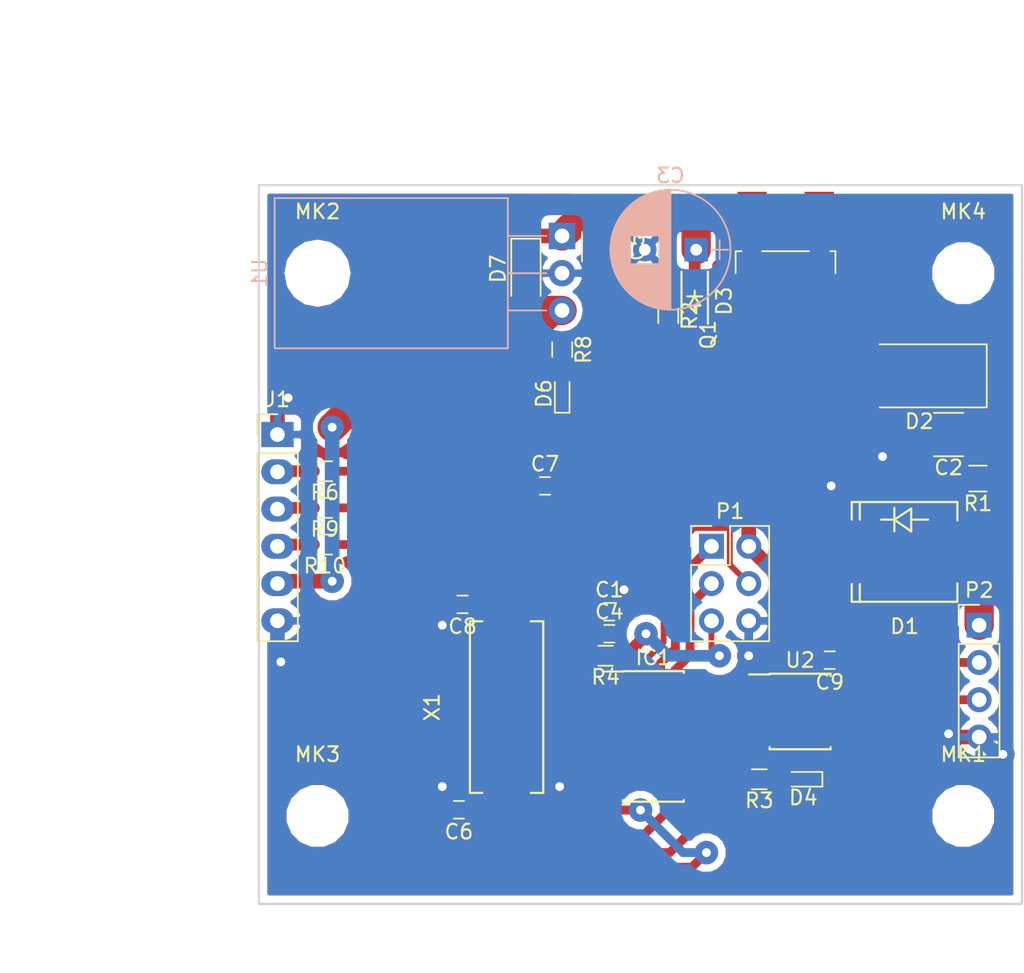
<source format=kicad_pcb>
(kicad_pcb (version 20170123) (host pcbnew no-vcs-found-ef3553c~58~ubuntu16.04.1)

  (general
    (links 67)
    (no_connects 0)
    (area 82 87.174999 154.188334 155.745001)
    (thickness 1.6)
    (drawings 6)
    (tracks 210)
    (zones 0)
    (modules 35)
    (nets 26)
  )

  (page A4)
  (layers
    (0 F.Cu signal)
    (31 B.Cu signal)
    (32 B.Adhes user)
    (33 F.Adhes user)
    (34 B.Paste user)
    (35 F.Paste user)
    (36 B.SilkS user)
    (37 F.SilkS user)
    (38 B.Mask user)
    (39 F.Mask user)
    (40 Dwgs.User user)
    (41 Cmts.User user)
    (42 Eco1.User user)
    (43 Eco2.User user)
    (44 Edge.Cuts user)
    (45 Margin user)
    (46 B.CrtYd user)
    (47 F.CrtYd user)
    (48 B.Fab user)
    (49 F.Fab user hide)
  )

  (setup
    (last_trace_width 0.6)
    (user_trace_width 0.2)
    (user_trace_width 0.4)
    (user_trace_width 0.6)
    (user_trace_width 0.8)
    (user_trace_width 1)
    (user_trace_width 2)
    (trace_clearance 0.2)
    (zone_clearance 0.508)
    (zone_45_only no)
    (trace_min 0.2)
    (segment_width 0.2)
    (edge_width 0.15)
    (via_size 1.6)
    (via_drill 0.6)
    (via_min_size 0.4)
    (via_min_drill 0.3)
    (user_via 1.6 0.6)
    (uvia_size 0.3)
    (uvia_drill 0.1)
    (uvias_allowed no)
    (uvia_min_size 0.2)
    (uvia_min_drill 0.1)
    (pcb_text_width 0.3)
    (pcb_text_size 1.5 1.5)
    (mod_edge_width 0.15)
    (mod_text_size 1 1)
    (mod_text_width 0.15)
    (pad_size 3.2 3.2)
    (pad_drill 3.2)
    (pad_to_mask_clearance 0.2)
    (aux_axis_origin 0 0)
    (visible_elements FFFFFF7F)
    (pcbplotparams
      (layerselection 0x01000_ffffffff)
      (usegerberextensions false)
      (excludeedgelayer true)
      (linewidth 0.100000)
      (plotframeref false)
      (viasonmask false)
      (mode 1)
      (useauxorigin false)
      (hpglpennumber 1)
      (hpglpenspeed 20)
      (hpglpendiameter 15)
      (psnegative false)
      (psa4output false)
      (plotreference false)
      (plotvalue false)
      (plotinvisibletext false)
      (padsonsilk false)
      (subtractmaskfromsilk false)
      (outputformat 1)
      (mirror false)
      (drillshape 0)
      (scaleselection 1)
      (outputdirectory ./gerbers))
  )

  (net 0 "")
  (net 1 +5V)
  (net 2 GND)
  (net 3 "Net-(C2-Pad1)")
  (net 4 "Net-(C3-Pad1)")
  (net 5 /RESET)
  (net 6 "Net-(C6-Pad1)")
  (net 7 "Net-(C8-Pad1)")
  (net 8 VCC)
  (net 9 "Net-(D4-Pad2)")
  (net 10 "Net-(D6-Pad2)")
  (net 11 "Net-(IC1-Pad13)")
  (net 12 "Net-(IC1-Pad12)")
  (net 13 "Net-(IC1-Pad11)")
  (net 14 "Net-(IC1-Pad10)")
  (net 15 /SCK)
  (net 16 /MISO)
  (net 17 /MOSI)
  (net 18 /RS485B)
  (net 19 /RS485A)
  (net 20 "Net-(D3-Pad2)")
  (net 21 /~LOAD)
  (net 22 /CLOCK)
  (net 23 /SERIAL_DATA_IN)
  (net 24 /~CS)
  (net 25 "Net-(IC1-Pad5)")

  (net_class Default "This is the default net class."
    (clearance 0.2)
    (trace_width 0.8)
    (via_dia 1.6)
    (via_drill 0.6)
    (uvia_dia 0.3)
    (uvia_drill 0.1)
    (add_net +5V)
    (add_net /CLOCK)
    (add_net /MISO)
    (add_net /MOSI)
    (add_net /RESET)
    (add_net /RS485A)
    (add_net /RS485B)
    (add_net /SCK)
    (add_net /SERIAL_DATA_IN)
    (add_net /~CS)
    (add_net /~LOAD)
    (add_net GND)
    (add_net "Net-(C2-Pad1)")
    (add_net "Net-(C3-Pad1)")
    (add_net "Net-(C6-Pad1)")
    (add_net "Net-(C8-Pad1)")
    (add_net "Net-(D3-Pad2)")
    (add_net "Net-(D4-Pad2)")
    (add_net "Net-(D6-Pad2)")
    (add_net "Net-(IC1-Pad10)")
    (add_net "Net-(IC1-Pad11)")
    (add_net "Net-(IC1-Pad12)")
    (add_net "Net-(IC1-Pad13)")
    (add_net "Net-(IC1-Pad5)")
    (add_net VCC)
  )

  (module TO_SOT_Packages_THT:TO-220_Horizontal (layer B.Cu) (tedit 58CBBB0E) (tstamp 58CBC9E9)
    (at 120.66 103.46 270)
    (descr "TO-220, Horizontal, RM 2.54mm")
    (tags "TO-220 Horizontal RM 2.54mm")
    (path /58CBB2F0)
    (fp_text reference U1 (at 2.54 20.58 270) (layer B.SilkS)
      (effects (font (size 1 1) (thickness 0.15)) (justify mirror))
    )
    (fp_text value LM7805CT (at 2.54 -1.9 270) (layer B.Fab)
      (effects (font (size 1 1) (thickness 0.15)) (justify mirror))
    )
    (fp_circle (center 2.54 16.66) (end 4.39 16.66) (layer B.Fab) (width 0.1))
    (fp_line (start -2.46 13.06) (end -2.46 19.46) (layer B.Fab) (width 0.1))
    (fp_line (start -2.46 19.46) (end 7.54 19.46) (layer B.Fab) (width 0.1))
    (fp_line (start 7.54 19.46) (end 7.54 13.06) (layer B.Fab) (width 0.1))
    (fp_line (start 7.54 13.06) (end -2.46 13.06) (layer B.Fab) (width 0.1))
    (fp_line (start -2.46 3.81) (end -2.46 13.06) (layer B.Fab) (width 0.1))
    (fp_line (start -2.46 13.06) (end 7.54 13.06) (layer B.Fab) (width 0.1))
    (fp_line (start 7.54 13.06) (end 7.54 3.81) (layer B.Fab) (width 0.1))
    (fp_line (start 7.54 3.81) (end -2.46 3.81) (layer B.Fab) (width 0.1))
    (fp_line (start 0 3.81) (end 0 0) (layer B.Fab) (width 0.1))
    (fp_line (start 2.54 3.81) (end 2.54 0) (layer B.Fab) (width 0.1))
    (fp_line (start 5.08 3.81) (end 5.08 0) (layer B.Fab) (width 0.1))
    (fp_line (start -2.58 3.69) (end 7.66 3.69) (layer B.SilkS) (width 0.12))
    (fp_line (start -2.58 19.58) (end 7.66 19.58) (layer B.SilkS) (width 0.12))
    (fp_line (start -2.58 19.58) (end -2.58 3.69) (layer B.SilkS) (width 0.12))
    (fp_line (start 7.66 19.58) (end 7.66 3.69) (layer B.SilkS) (width 0.12))
    (fp_line (start 0 3.69) (end 0 1.05) (layer B.SilkS) (width 0.12))
    (fp_line (start 2.54 3.69) (end 2.54 1.066) (layer B.SilkS) (width 0.12))
    (fp_line (start 5.08 3.69) (end 5.08 1.066) (layer B.SilkS) (width 0.12))
    (fp_line (start -2.71 19.71) (end -2.71 -1.15) (layer B.CrtYd) (width 0.05))
    (fp_line (start -2.71 -1.15) (end 7.79 -1.15) (layer B.CrtYd) (width 0.05))
    (fp_line (start 7.79 -1.15) (end 7.79 19.71) (layer B.CrtYd) (width 0.05))
    (fp_line (start 7.79 19.71) (end -2.71 19.71) (layer B.CrtYd) (width 0.05))
    (fp_text user %R (at 2.54 20.58 270) (layer B.Fab)
      (effects (font (size 1 1) (thickness 0.15)) (justify mirror))
    )
    (pad 1 thru_hole rect (at 0 0 270) (size 1.8 1.8) (drill 1) (layers *.Cu *.Mask)
      (net 4 "Net-(C3-Pad1)"))
    (pad 2 thru_hole oval (at 2.54 0 270) (size 1.8 1.8) (drill 1) (layers *.Cu *.Mask)
      (net 2 GND))
    (pad 3 thru_hole oval (at 5.08 0 270) (size 1.8 1.8) (drill 1) (layers *.Cu *.Mask)
      (net 1 +5V))
    (model TO_SOT_Packages_THT.3dshapes/TO-220_Horizontal.wrl
      (at (xyz 0.1 0 0))
      (scale (xyz 0.393701 0.393701 0.393701))
      (rotate (xyz 0 0 0))
    )
  )

  (module Housings_SOIC:SOIC-8_3.9x4.9mm_Pitch1.27mm (layer F.Cu) (tedit 58BD81E6) (tstamp 58BE1524)
    (at 136.8824 135.88)
    (descr "8-Lead Plastic Small Outline (SN) - Narrow, 3.90 mm Body [SOIC] (see Microchip Packaging Specification 00000049BS.pdf)")
    (tags "SOIC 1.27")
    (path /58BAC84C)
    (attr smd)
    (fp_text reference U2 (at 0 -3.5) (layer F.SilkS)
      (effects (font (size 1 1) (thickness 0.15)))
    )
    (fp_text value SN65HVD72 (at 0 3.5) (layer F.Fab)
      (effects (font (size 1 1) (thickness 0.15)))
    )
    (fp_line (start -2.075 -2.525) (end -3.475 -2.525) (layer F.SilkS) (width 0.15))
    (fp_line (start -2.075 2.575) (end 2.075 2.575) (layer F.SilkS) (width 0.15))
    (fp_line (start -2.075 -2.575) (end 2.075 -2.575) (layer F.SilkS) (width 0.15))
    (fp_line (start -2.075 2.575) (end -2.075 2.43) (layer F.SilkS) (width 0.15))
    (fp_line (start 2.075 2.575) (end 2.075 2.43) (layer F.SilkS) (width 0.15))
    (fp_line (start 2.075 -2.575) (end 2.075 -2.43) (layer F.SilkS) (width 0.15))
    (fp_line (start -2.075 -2.575) (end -2.075 -2.525) (layer F.SilkS) (width 0.15))
    (fp_line (start -3.75 2.75) (end 3.75 2.75) (layer F.CrtYd) (width 0.05))
    (fp_line (start -3.75 -2.75) (end 3.75 -2.75) (layer F.CrtYd) (width 0.05))
    (fp_line (start 3.75 -2.75) (end 3.75 2.75) (layer F.CrtYd) (width 0.05))
    (fp_line (start -3.75 -2.75) (end -3.75 2.75) (layer F.CrtYd) (width 0.05))
    (fp_line (start -1.95 -1.45) (end -0.95 -2.45) (layer F.Fab) (width 0.15))
    (fp_line (start -1.95 2.45) (end -1.95 -1.45) (layer F.Fab) (width 0.15))
    (fp_line (start 1.95 2.45) (end -1.95 2.45) (layer F.Fab) (width 0.15))
    (fp_line (start 1.95 -2.45) (end 1.95 2.45) (layer F.Fab) (width 0.15))
    (fp_line (start -0.95 -2.45) (end 1.95 -2.45) (layer F.Fab) (width 0.15))
    (pad 8 smd rect (at 2.7 -1.905) (size 1.55 0.6) (layers F.Cu F.Paste F.Mask)
      (net 1 +5V))
    (pad 7 smd rect (at 2.7 -0.635) (size 1.55 0.6) (layers F.Cu F.Paste F.Mask)
      (net 18 /RS485B))
    (pad 6 smd rect (at 2.7 0.635) (size 1.55 0.6) (layers F.Cu F.Paste F.Mask)
      (net 19 /RS485A))
    (pad 5 smd rect (at 2.7 1.905) (size 1.55 0.6) (layers F.Cu F.Paste F.Mask)
      (net 2 GND))
    (pad 4 smd rect (at -2.7 1.905) (size 1.55 0.6) (layers F.Cu F.Paste F.Mask)
      (net 12 "Net-(IC1-Pad12)"))
    (pad 3 smd rect (at -2.7 0.635) (size 1.55 0.6) (layers F.Cu F.Paste F.Mask)
      (net 11 "Net-(IC1-Pad13)"))
    (pad 2 smd rect (at -2.7 -0.635) (size 1.55 0.6) (layers F.Cu F.Paste F.Mask)
      (net 11 "Net-(IC1-Pad13)"))
    (pad 1 smd rect (at -2.7 -1.905) (size 1.55 0.6) (layers F.Cu F.Paste F.Mask)
      (net 13 "Net-(IC1-Pad11)"))
    (model Housings_SOIC.3dshapes/SOIC-8_3.9x4.9mm_Pitch1.27mm.wrl
      (at (xyz 0 0 0))
      (scale (xyz 1 1 1))
      (rotate (xyz 0 0 0))
    )
  )

  (module TO_SOT_Packages_SMD:TO-252-2Lead (layer F.Cu) (tedit 58879E1B) (tstamp 58BE11BF)
    (at 135.9 105.9 270)
    (descr TO-252-2Lead)
    (path /58BAC865)
    (attr smd)
    (fp_text reference Q1 (at 4.3 5.29 270) (layer F.SilkS)
      (effects (font (size 1 1) (thickness 0.15)))
    )
    (fp_text value NDT2955 (at 0.25 4.81 270) (layer F.Fab)
      (effects (font (size 1 1) (thickness 0.15)))
    )
    (fp_line (start -5.7 3.76) (end -5.7 -3.74) (layer F.CrtYd) (width 0.05))
    (fp_line (start -5.7 3.76) (end 7.45 3.76) (layer F.CrtYd) (width 0.05))
    (fp_line (start 7.45 -3.74) (end -5.7 -3.74) (layer F.CrtYd) (width 0.05))
    (fp_line (start 7.45 -3.74) (end 7.45 3.76) (layer F.CrtYd) (width 0.05))
    (fp_line (start -1.32 3.36) (end -1.32 -3.34) (layer F.Fab) (width 0.1))
    (fp_line (start 4.67 -3.34) (end -1.32 -3.34) (layer F.Fab) (width 0.1))
    (fp_line (start 4.67 3.36) (end 4.67 -3.34) (layer F.Fab) (width 0.1))
    (fp_line (start -1.32 3.36) (end 4.67 3.36) (layer F.Fab) (width 0.1))
    (fp_line (start -1.32 -2.86) (end -4.23 -2.86) (layer F.Fab) (width 0.1))
    (fp_line (start -4.23 -1.72) (end -1.32 -1.72) (layer F.Fab) (width 0.1))
    (fp_line (start -4.23 -2.86) (end -4.23 -1.72) (layer F.Fab) (width 0.1))
    (fp_line (start -4.23 1.74) (end -4.23 2.88) (layer F.Fab) (width 0.1))
    (fp_line (start -4.23 2.88) (end -1.32 2.88) (layer F.Fab) (width 0.1))
    (fp_line (start -1.32 1.74) (end -4.23 1.74) (layer F.Fab) (width 0.1))
    (fp_line (start 5.88 2.72) (end 4.67 2.72) (layer F.Fab) (width 0.1))
    (fp_line (start 5.88 -2.7) (end 5.88 2.72) (layer F.Fab) (width 0.1))
    (fp_line (start 4.68 -2.7) (end 5.88 -2.7) (layer F.Fab) (width 0.1))
    (fp_line (start -1.4 3.41) (end -1.4 3.01) (layer F.SilkS) (width 0.12))
    (fp_line (start 0.1 3.41) (end -1.4 3.41) (layer F.SilkS) (width 0.12))
    (fp_line (start -1.4 1.61) (end -1.4 -1.59) (layer F.SilkS) (width 0.12))
    (fp_line (start -1.4 -3.39) (end 0.1 -3.39) (layer F.SilkS) (width 0.12))
    (fp_line (start -1.4 -3.04) (end -1.4 -3.39) (layer F.SilkS) (width 0.12))
    (pad 2 smd rect (at 3.7 0.01 180) (size 7 7) (layers F.Cu F.Paste F.Mask)
      (net 3 "Net-(C2-Pad1)"))
    (pad 3 smd rect (at -3.7 2.29 180) (size 2 3.5) (layers F.Cu F.Paste F.Mask)
      (net 4 "Net-(C3-Pad1)"))
    (pad 1 smd rect (at -3.7 -2.29 180) (size 2 3.5) (layers F.Cu F.Paste F.Mask)
      (net 20 "Net-(D3-Pad2)"))
    (model ${KISYS3DMOD}/TO_SOT_Packages_SMD.3dshapes/TO-252-2Lead.wrl
      (at (xyz -0.1377952755905512 0 0))
      (scale (xyz 1 1 1))
      (rotate (xyz 0 0 90))
    )
  )

  (module Pin_Headers:Pin_Header_Straight_1x06_Pitch2.54mm locked (layer F.Cu) (tedit 58BD83BD) (tstamp 58BE13E3)
    (at 101.27 117)
    (descr "Through hole straight pin header, 1x06, 2.54mm pitch, single row")
    (tags "Through hole pin header THT 1x06 2.54mm single row")
    (path /58BAD487)
    (fp_text reference J1 (at 0 -2.39) (layer F.SilkS)
      (effects (font (size 1 1) (thickness 0.15)))
    )
    (fp_text value CONN_01X06 (at 0 15.09) (layer F.Fab)
      (effects (font (size 1 1) (thickness 0.15)))
    )
    (fp_line (start 1.6 -1.6) (end -1.6 -1.6) (layer F.CrtYd) (width 0.05))
    (fp_line (start 1.6 14.3) (end 1.6 -1.6) (layer F.CrtYd) (width 0.05))
    (fp_line (start -1.6 14.3) (end 1.6 14.3) (layer F.CrtYd) (width 0.05))
    (fp_line (start -1.6 -1.6) (end -1.6 14.3) (layer F.CrtYd) (width 0.05))
    (fp_line (start -1.39 -1.39) (end 0 -1.39) (layer F.SilkS) (width 0.12))
    (fp_line (start -1.39 0) (end -1.39 -1.39) (layer F.SilkS) (width 0.12))
    (fp_line (start 1.39 1.27) (end -1.39 1.27) (layer F.SilkS) (width 0.12))
    (fp_line (start 1.39 14.09) (end 1.39 1.27) (layer F.SilkS) (width 0.12))
    (fp_line (start -1.39 14.09) (end 1.39 14.09) (layer F.SilkS) (width 0.12))
    (fp_line (start -1.39 1.27) (end -1.39 14.09) (layer F.SilkS) (width 0.12))
    (fp_line (start 1.27 -1.27) (end -1.27 -1.27) (layer F.Fab) (width 0.1))
    (fp_line (start 1.27 13.97) (end 1.27 -1.27) (layer F.Fab) (width 0.1))
    (fp_line (start -1.27 13.97) (end 1.27 13.97) (layer F.Fab) (width 0.1))
    (fp_line (start -1.27 -1.27) (end -1.27 13.97) (layer F.Fab) (width 0.1))
    (pad 6 thru_hole oval (at 0 12.7) (size 2.2 1.7) (drill 1) (layers *.Cu *.Mask)
      (net 2 GND))
    (pad 5 thru_hole oval (at 0 10.16) (size 2.2 1.7) (drill 1) (layers *.Cu *.Mask)
      (net 1 +5V))
    (pad 4 thru_hole oval (at 0 7.62) (size 2.2 1.7) (drill 1) (layers *.Cu *.Mask)
      (net 21 /~LOAD))
    (pad 3 thru_hole oval (at 0 5.08) (size 2.2 1.7) (drill 1) (layers *.Cu *.Mask)
      (net 22 /CLOCK))
    (pad 2 thru_hole oval (at 0 2.54) (size 2.2 1.7) (drill 1) (layers *.Cu *.Mask)
      (net 23 /SERIAL_DATA_IN))
    (pad 1 thru_hole rect (at 0 0) (size 2.2 1.7) (drill 1) (layers *.Cu *.Mask)
      (net 2 GND))
    (model Pin_Headers.3dshapes/Pin_Header_Straight_1x06_Pitch2.54mm.wrl
      (at (xyz 0 -0.25 0))
      (scale (xyz 1 1 1))
      (rotate (xyz 0 0 90))
    )
  )

  (module Capacitors_ThroughHole:CP_Radial_D8.0mm_P3.50mm (layer B.Cu) (tedit 58BD6B85) (tstamp 58BE4279)
    (at 129.8 104.4 180)
    (descr "CP, Radial series, Radial, pin pitch=3.50mm, , diameter=8mm, Electrolytic Capacitor")
    (tags "CP Radial series Radial pin pitch 3.50mm  diameter 8mm Electrolytic Capacitor")
    (path /58BB05CF)
    (fp_text reference C3 (at 1.75 5.06 180) (layer B.SilkS)
      (effects (font (size 1 1) (thickness 0.15)) (justify mirror))
    )
    (fp_text value CP1 (at 1.75 -5.06 180) (layer B.Fab)
      (effects (font (size 1 1) (thickness 0.15)) (justify mirror))
    )
    (fp_line (start 6.1 17) (end -2.6 17) (layer B.CrtYd) (width 0.05))
    (fp_line (start 6.1 -4.35) (end 6.1 17) (layer B.CrtYd) (width 0.05))
    (fp_line (start -2.6 -4.35) (end 6.1 -4.35) (layer B.CrtYd) (width 0.05))
    (fp_line (start -2.6 17) (end -2.6 -4.35) (layer B.CrtYd) (width 0.05))
    (fp_line (start -1.6 0.65) (end -1.6 -0.65) (layer B.SilkS) (width 0.12))
    (fp_line (start -2.2 0) (end -1 0) (layer B.SilkS) (width 0.12))
    (fp_line (start 5.831 0.246) (end 5.831 -0.246) (layer B.SilkS) (width 0.12))
    (fp_line (start 5.791 0.598) (end 5.791 -0.598) (layer B.SilkS) (width 0.12))
    (fp_line (start 5.751 0.814) (end 5.751 -0.814) (layer B.SilkS) (width 0.12))
    (fp_line (start 5.711 0.983) (end 5.711 -0.983) (layer B.SilkS) (width 0.12))
    (fp_line (start 5.671 1.127) (end 5.671 -1.127) (layer B.SilkS) (width 0.12))
    (fp_line (start 5.631 1.254) (end 5.631 -1.254) (layer B.SilkS) (width 0.12))
    (fp_line (start 5.591 1.369) (end 5.591 -1.369) (layer B.SilkS) (width 0.12))
    (fp_line (start 5.551 1.473) (end 5.551 -1.473) (layer B.SilkS) (width 0.12))
    (fp_line (start 5.511 1.57) (end 5.511 -1.57) (layer B.SilkS) (width 0.12))
    (fp_line (start 5.471 1.66) (end 5.471 -1.66) (layer B.SilkS) (width 0.12))
    (fp_line (start 5.431 1.745) (end 5.431 -1.745) (layer B.SilkS) (width 0.12))
    (fp_line (start 5.391 1.826) (end 5.391 -1.826) (layer B.SilkS) (width 0.12))
    (fp_line (start 5.351 1.902) (end 5.351 -1.902) (layer B.SilkS) (width 0.12))
    (fp_line (start 5.311 1.974) (end 5.311 -1.974) (layer B.SilkS) (width 0.12))
    (fp_line (start 5.271 2.043) (end 5.271 -2.043) (layer B.SilkS) (width 0.12))
    (fp_line (start 5.231 2.109) (end 5.231 -2.109) (layer B.SilkS) (width 0.12))
    (fp_line (start 5.191 2.173) (end 5.191 -2.173) (layer B.SilkS) (width 0.12))
    (fp_line (start 5.151 2.234) (end 5.151 -2.234) (layer B.SilkS) (width 0.12))
    (fp_line (start 5.111 2.293) (end 5.111 -2.293) (layer B.SilkS) (width 0.12))
    (fp_line (start 5.071 2.349) (end 5.071 -2.349) (layer B.SilkS) (width 0.12))
    (fp_line (start 5.031 2.404) (end 5.031 -2.404) (layer B.SilkS) (width 0.12))
    (fp_line (start 4.991 2.457) (end 4.991 -2.457) (layer B.SilkS) (width 0.12))
    (fp_line (start 4.951 2.508) (end 4.951 -2.508) (layer B.SilkS) (width 0.12))
    (fp_line (start 4.911 2.557) (end 4.911 -2.557) (layer B.SilkS) (width 0.12))
    (fp_line (start 4.871 2.605) (end 4.871 -2.605) (layer B.SilkS) (width 0.12))
    (fp_line (start 4.831 2.652) (end 4.831 -2.652) (layer B.SilkS) (width 0.12))
    (fp_line (start 4.791 2.697) (end 4.791 -2.697) (layer B.SilkS) (width 0.12))
    (fp_line (start 4.751 2.74) (end 4.751 -2.74) (layer B.SilkS) (width 0.12))
    (fp_line (start 4.711 2.783) (end 4.711 -2.783) (layer B.SilkS) (width 0.12))
    (fp_line (start 4.671 2.824) (end 4.671 -2.824) (layer B.SilkS) (width 0.12))
    (fp_line (start 4.631 2.865) (end 4.631 -2.865) (layer B.SilkS) (width 0.12))
    (fp_line (start 4.591 2.904) (end 4.591 -2.904) (layer B.SilkS) (width 0.12))
    (fp_line (start 4.551 2.942) (end 4.551 -2.942) (layer B.SilkS) (width 0.12))
    (fp_line (start 4.511 2.979) (end 4.511 -2.979) (layer B.SilkS) (width 0.12))
    (fp_line (start 4.471 -0.98) (end 4.471 -3.015) (layer B.SilkS) (width 0.12))
    (fp_line (start 4.471 3.015) (end 4.471 0.98) (layer B.SilkS) (width 0.12))
    (fp_line (start 4.431 -0.98) (end 4.431 -3.05) (layer B.SilkS) (width 0.12))
    (fp_line (start 4.431 3.05) (end 4.431 0.98) (layer B.SilkS) (width 0.12))
    (fp_line (start 4.391 -0.98) (end 4.391 -3.084) (layer B.SilkS) (width 0.12))
    (fp_line (start 4.391 3.084) (end 4.391 0.98) (layer B.SilkS) (width 0.12))
    (fp_line (start 4.351 -0.98) (end 4.351 -3.118) (layer B.SilkS) (width 0.12))
    (fp_line (start 4.351 3.118) (end 4.351 0.98) (layer B.SilkS) (width 0.12))
    (fp_line (start 4.311 -0.98) (end 4.311 -3.15) (layer B.SilkS) (width 0.12))
    (fp_line (start 4.311 3.15) (end 4.311 0.98) (layer B.SilkS) (width 0.12))
    (fp_line (start 4.271 -0.98) (end 4.271 -3.182) (layer B.SilkS) (width 0.12))
    (fp_line (start 4.271 3.182) (end 4.271 0.98) (layer B.SilkS) (width 0.12))
    (fp_line (start 4.231 -0.98) (end 4.231 -3.213) (layer B.SilkS) (width 0.12))
    (fp_line (start 4.231 3.213) (end 4.231 0.98) (layer B.SilkS) (width 0.12))
    (fp_line (start 4.191 -0.98) (end 4.191 -3.243) (layer B.SilkS) (width 0.12))
    (fp_line (start 4.191 3.243) (end 4.191 0.98) (layer B.SilkS) (width 0.12))
    (fp_line (start 4.151 -0.98) (end 4.151 -3.272) (layer B.SilkS) (width 0.12))
    (fp_line (start 4.151 3.272) (end 4.151 0.98) (layer B.SilkS) (width 0.12))
    (fp_line (start 4.111 -0.98) (end 4.111 -3.301) (layer B.SilkS) (width 0.12))
    (fp_line (start 4.111 3.301) (end 4.111 0.98) (layer B.SilkS) (width 0.12))
    (fp_line (start 4.071 -0.98) (end 4.071 -3.329) (layer B.SilkS) (width 0.12))
    (fp_line (start 4.071 3.329) (end 4.071 0.98) (layer B.SilkS) (width 0.12))
    (fp_line (start 4.031 -0.98) (end 4.031 -3.356) (layer B.SilkS) (width 0.12))
    (fp_line (start 4.031 3.356) (end 4.031 0.98) (layer B.SilkS) (width 0.12))
    (fp_line (start 3.991 -0.98) (end 3.991 -3.383) (layer B.SilkS) (width 0.12))
    (fp_line (start 3.991 3.383) (end 3.991 0.98) (layer B.SilkS) (width 0.12))
    (fp_line (start 3.951 -0.98) (end 3.951 -3.408) (layer B.SilkS) (width 0.12))
    (fp_line (start 3.951 3.408) (end 3.951 0.98) (layer B.SilkS) (width 0.12))
    (fp_line (start 3.911 -0.98) (end 3.911 -3.434) (layer B.SilkS) (width 0.12))
    (fp_line (start 3.911 3.434) (end 3.911 0.98) (layer B.SilkS) (width 0.12))
    (fp_line (start 3.871 -0.98) (end 3.871 -3.458) (layer B.SilkS) (width 0.12))
    (fp_line (start 3.871 3.458) (end 3.871 0.98) (layer B.SilkS) (width 0.12))
    (fp_line (start 3.831 -0.98) (end 3.831 -3.482) (layer B.SilkS) (width 0.12))
    (fp_line (start 3.831 3.482) (end 3.831 0.98) (layer B.SilkS) (width 0.12))
    (fp_line (start 3.791 -0.98) (end 3.791 -3.505) (layer B.SilkS) (width 0.12))
    (fp_line (start 3.791 3.505) (end 3.791 0.98) (layer B.SilkS) (width 0.12))
    (fp_line (start 3.751 -0.98) (end 3.751 -3.528) (layer B.SilkS) (width 0.12))
    (fp_line (start 3.751 3.528) (end 3.751 0.98) (layer B.SilkS) (width 0.12))
    (fp_line (start 3.711 -0.98) (end 3.711 -3.55) (layer B.SilkS) (width 0.12))
    (fp_line (start 3.711 3.55) (end 3.711 0.98) (layer B.SilkS) (width 0.12))
    (fp_line (start 3.671 -0.98) (end 3.671 -3.572) (layer B.SilkS) (width 0.12))
    (fp_line (start 3.671 3.572) (end 3.671 0.98) (layer B.SilkS) (width 0.12))
    (fp_line (start 3.631 -0.98) (end 3.631 -3.593) (layer B.SilkS) (width 0.12))
    (fp_line (start 3.631 3.593) (end 3.631 0.98) (layer B.SilkS) (width 0.12))
    (fp_line (start 3.591 -0.98) (end 3.591 -3.613) (layer B.SilkS) (width 0.12))
    (fp_line (start 3.591 3.613) (end 3.591 0.98) (layer B.SilkS) (width 0.12))
    (fp_line (start 3.551 -0.98) (end 3.551 -3.633) (layer B.SilkS) (width 0.12))
    (fp_line (start 3.551 3.633) (end 3.551 0.98) (layer B.SilkS) (width 0.12))
    (fp_line (start 3.511 -0.98) (end 3.511 -3.652) (layer B.SilkS) (width 0.12))
    (fp_line (start 3.511 3.652) (end 3.511 0.98) (layer B.SilkS) (width 0.12))
    (fp_line (start 3.471 -0.98) (end 3.471 -3.671) (layer B.SilkS) (width 0.12))
    (fp_line (start 3.471 3.671) (end 3.471 0.98) (layer B.SilkS) (width 0.12))
    (fp_line (start 3.431 -0.98) (end 3.431 -3.69) (layer B.SilkS) (width 0.12))
    (fp_line (start 3.431 3.69) (end 3.431 0.98) (layer B.SilkS) (width 0.12))
    (fp_line (start 3.391 -0.98) (end 3.391 -3.707) (layer B.SilkS) (width 0.12))
    (fp_line (start 3.391 3.707) (end 3.391 0.98) (layer B.SilkS) (width 0.12))
    (fp_line (start 3.351 -0.98) (end 3.351 -3.725) (layer B.SilkS) (width 0.12))
    (fp_line (start 3.351 3.725) (end 3.351 0.98) (layer B.SilkS) (width 0.12))
    (fp_line (start 3.311 -0.98) (end 3.311 -3.741) (layer B.SilkS) (width 0.12))
    (fp_line (start 3.311 3.741) (end 3.311 0.98) (layer B.SilkS) (width 0.12))
    (fp_line (start 3.271 -0.98) (end 3.271 -3.758) (layer B.SilkS) (width 0.12))
    (fp_line (start 3.271 3.758) (end 3.271 0.98) (layer B.SilkS) (width 0.12))
    (fp_line (start 3.231 -0.98) (end 3.231 -3.773) (layer B.SilkS) (width 0.12))
    (fp_line (start 3.231 3.773) (end 3.231 0.98) (layer B.SilkS) (width 0.12))
    (fp_line (start 3.191 -0.98) (end 3.191 -3.789) (layer B.SilkS) (width 0.12))
    (fp_line (start 3.191 3.789) (end 3.191 0.98) (layer B.SilkS) (width 0.12))
    (fp_line (start 3.151 -0.98) (end 3.151 -3.803) (layer B.SilkS) (width 0.12))
    (fp_line (start 3.151 3.803) (end 3.151 0.98) (layer B.SilkS) (width 0.12))
    (fp_line (start 3.111 -0.98) (end 3.111 -3.818) (layer B.SilkS) (width 0.12))
    (fp_line (start 3.111 3.818) (end 3.111 0.98) (layer B.SilkS) (width 0.12))
    (fp_line (start 3.071 -0.98) (end 3.071 -3.832) (layer B.SilkS) (width 0.12))
    (fp_line (start 3.071 3.832) (end 3.071 0.98) (layer B.SilkS) (width 0.12))
    (fp_line (start 3.031 -0.98) (end 3.031 -3.845) (layer B.SilkS) (width 0.12))
    (fp_line (start 3.031 3.845) (end 3.031 0.98) (layer B.SilkS) (width 0.12))
    (fp_line (start 2.991 -0.98) (end 2.991 -3.858) (layer B.SilkS) (width 0.12))
    (fp_line (start 2.991 3.858) (end 2.991 0.98) (layer B.SilkS) (width 0.12))
    (fp_line (start 2.951 -0.98) (end 2.951 -3.87) (layer B.SilkS) (width 0.12))
    (fp_line (start 2.951 3.87) (end 2.951 0.98) (layer B.SilkS) (width 0.12))
    (fp_line (start 2.911 -0.98) (end 2.911 -3.883) (layer B.SilkS) (width 0.12))
    (fp_line (start 2.911 3.883) (end 2.911 0.98) (layer B.SilkS) (width 0.12))
    (fp_line (start 2.871 -0.98) (end 2.871 -3.894) (layer B.SilkS) (width 0.12))
    (fp_line (start 2.871 3.894) (end 2.871 0.98) (layer B.SilkS) (width 0.12))
    (fp_line (start 2.831 -0.98) (end 2.831 -3.905) (layer B.SilkS) (width 0.12))
    (fp_line (start 2.831 3.905) (end 2.831 0.98) (layer B.SilkS) (width 0.12))
    (fp_line (start 2.791 -0.98) (end 2.791 -3.916) (layer B.SilkS) (width 0.12))
    (fp_line (start 2.791 3.916) (end 2.791 0.98) (layer B.SilkS) (width 0.12))
    (fp_line (start 2.751 -0.98) (end 2.751 -3.926) (layer B.SilkS) (width 0.12))
    (fp_line (start 2.751 3.926) (end 2.751 0.98) (layer B.SilkS) (width 0.12))
    (fp_line (start 2.711 -0.98) (end 2.711 -3.936) (layer B.SilkS) (width 0.12))
    (fp_line (start 2.711 3.936) (end 2.711 0.98) (layer B.SilkS) (width 0.12))
    (fp_line (start 2.671 -0.98) (end 2.671 -3.946) (layer B.SilkS) (width 0.12))
    (fp_line (start 2.671 3.946) (end 2.671 0.98) (layer B.SilkS) (width 0.12))
    (fp_line (start 2.631 -0.98) (end 2.631 -3.955) (layer B.SilkS) (width 0.12))
    (fp_line (start 2.631 3.955) (end 2.631 0.98) (layer B.SilkS) (width 0.12))
    (fp_line (start 2.591 -0.98) (end 2.591 -3.963) (layer B.SilkS) (width 0.12))
    (fp_line (start 2.591 3.963) (end 2.591 0.98) (layer B.SilkS) (width 0.12))
    (fp_line (start 2.551 -0.98) (end 2.551 -3.971) (layer B.SilkS) (width 0.12))
    (fp_line (start 2.551 3.971) (end 2.551 0.98) (layer B.SilkS) (width 0.12))
    (fp_line (start 2.511 3.979) (end 2.511 -3.979) (layer B.SilkS) (width 0.12))
    (fp_line (start 2.471 3.987) (end 2.471 -3.987) (layer B.SilkS) (width 0.12))
    (fp_line (start 2.43 3.994) (end 2.43 -3.994) (layer B.SilkS) (width 0.12))
    (fp_line (start 2.39 4) (end 2.39 -4) (layer B.SilkS) (width 0.12))
    (fp_line (start 2.35 4.006) (end 2.35 -4.006) (layer B.SilkS) (width 0.12))
    (fp_line (start 2.31 4.012) (end 2.31 -4.012) (layer B.SilkS) (width 0.12))
    (fp_line (start 2.27 4.017) (end 2.27 -4.017) (layer B.SilkS) (width 0.12))
    (fp_line (start 2.23 4.022) (end 2.23 -4.022) (layer B.SilkS) (width 0.12))
    (fp_line (start 2.19 4.027) (end 2.19 -4.027) (layer B.SilkS) (width 0.12))
    (fp_line (start 2.15 4.031) (end 2.15 -4.031) (layer B.SilkS) (width 0.12))
    (fp_line (start 2.11 4.035) (end 2.11 -4.035) (layer B.SilkS) (width 0.12))
    (fp_line (start 2.07 4.038) (end 2.07 -4.038) (layer B.SilkS) (width 0.12))
    (fp_line (start 2.03 4.041) (end 2.03 -4.041) (layer B.SilkS) (width 0.12))
    (fp_line (start 1.99 4.043) (end 1.99 -4.043) (layer B.SilkS) (width 0.12))
    (fp_line (start 1.95 4.046) (end 1.95 -4.046) (layer B.SilkS) (width 0.12))
    (fp_line (start 1.91 4.047) (end 1.91 -4.047) (layer B.SilkS) (width 0.12))
    (fp_line (start 1.87 4.049) (end 1.87 -4.049) (layer B.SilkS) (width 0.12))
    (fp_line (start 1.83 4.05) (end 1.83 -4.05) (layer B.SilkS) (width 0.12))
    (fp_line (start 1.79 4.05) (end 1.79 -4.05) (layer B.SilkS) (width 0.12))
    (fp_line (start 1.75 4.05) (end 1.75 -4.05) (layer B.SilkS) (width 0.12))
    (fp_line (start -1.6 0.65) (end -1.6 -0.65) (layer B.Fab) (width 0.1))
    (fp_line (start -2.2 0) (end -1 0) (layer B.Fab) (width 0.1))
    (fp_circle (center 1.75 0) (end 5.84 0) (layer B.SilkS) (width 0.12))
    (fp_circle (center 1.75 0) (end 5.75 0) (layer B.Fab) (width 0.1))
    (pad 2 thru_hole circle (at 3.5 0 180) (size 1.6 1.6) (drill 0.8) (layers *.Cu *.Mask)
      (net 2 GND))
    (pad 1 thru_hole rect (at 0 0 180) (size 1.6 1.6) (drill 0.8) (layers *.Cu *.Mask)
      (net 4 "Net-(C3-Pad1)"))
    (model Capacitors_THT.3dshapes/CP_Radial_D8.0mm_P3.50mm.wrl
      (at (xyz 0 0 0))
      (scale (xyz 0.393701 0.393701 0.393701))
      (rotate (xyz 0 0 0))
    )
  )

  (module Mounting_Holes:MountingHole_3.2mm_M3 (layer F.Cu) (tedit 56D1B4CB) (tstamp 58BD7418)
    (at 148 143)
    (descr "Mounting Hole 3.2mm, no annular, M3")
    (tags "mounting hole 3.2mm no annular m3")
    (path /58BD6CBA)
    (fp_text reference MK1 (at 0 -4.2) (layer F.SilkS)
      (effects (font (size 1 1) (thickness 0.15)))
    )
    (fp_text value Mounting_Hole (at 0 4.2) (layer F.Fab)
      (effects (font (size 1 1) (thickness 0.15)))
    )
    (fp_circle (center 0 0) (end 3.2 0) (layer Cmts.User) (width 0.15))
    (fp_circle (center 0 0) (end 3.45 0) (layer F.CrtYd) (width 0.05))
    (pad 1 np_thru_hole circle (at 0 0) (size 3.2 3.2) (drill 3.2) (layers *.Cu *.Mask))
  )

  (module Mounting_Holes:MountingHole_3.2mm_M3 (layer F.Cu) (tedit 56D1B4CB) (tstamp 58BD7405)
    (at 104 106)
    (descr "Mounting Hole 3.2mm, no annular, M3")
    (tags "mounting hole 3.2mm no annular m3")
    (path /58BD6E52)
    (fp_text reference MK2 (at 0 -4.2) (layer F.SilkS)
      (effects (font (size 1 1) (thickness 0.15)))
    )
    (fp_text value Mounting_Hole (at 0 4.2) (layer F.Fab)
      (effects (font (size 1 1) (thickness 0.15)))
    )
    (fp_circle (center 0 0) (end 3.45 0) (layer F.CrtYd) (width 0.05))
    (fp_circle (center 0 0) (end 3.2 0) (layer Cmts.User) (width 0.15))
    (pad 1 np_thru_hole circle (at 0 0) (size 3.2 3.2) (drill 3.2) (layers *.Cu *.Mask))
  )

  (module Mounting_Holes:MountingHole_3.2mm_M3 (layer F.Cu) (tedit 56D1B4CB) (tstamp 58BD73F2)
    (at 104 143)
    (descr "Mounting Hole 3.2mm, no annular, M3")
    (tags "mounting hole 3.2mm no annular m3")
    (path /58BD6EBE)
    (fp_text reference MK3 (at 0 -4.2) (layer F.SilkS)
      (effects (font (size 1 1) (thickness 0.15)))
    )
    (fp_text value Mounting_Hole (at 0 4.2) (layer F.Fab)
      (effects (font (size 1 1) (thickness 0.15)))
    )
    (fp_circle (center 0 0) (end 3.2 0) (layer Cmts.User) (width 0.15))
    (fp_circle (center 0 0) (end 3.45 0) (layer F.CrtYd) (width 0.05))
    (pad 1 np_thru_hole circle (at 0 0) (size 3.2 3.2) (drill 3.2) (layers *.Cu *.Mask))
  )

  (module Mounting_Holes:MountingHole_3.2mm_M3 (layer F.Cu) (tedit 56D1B4CB) (tstamp 58BD73DF)
    (at 148 106)
    (descr "Mounting Hole 3.2mm, no annular, M3")
    (tags "mounting hole 3.2mm no annular m3")
    (path /58BD6F1E)
    (fp_text reference MK4 (at 0 -4.2) (layer F.SilkS)
      (effects (font (size 1 1) (thickness 0.15)))
    )
    (fp_text value Mounting_Hole (at 0 4.2) (layer F.Fab)
      (effects (font (size 1 1) (thickness 0.15)))
    )
    (fp_circle (center 0 0) (end 3.45 0) (layer F.CrtYd) (width 0.05))
    (fp_circle (center 0 0) (end 3.2 0) (layer Cmts.User) (width 0.15))
    (pad 1 np_thru_hole circle (at 0 0) (size 3.2 3.2) (drill 3.2) (layers *.Cu *.Mask))
  )

  (module Capacitors_SMD:C_0603 (layer F.Cu) (tedit 58AA844E) (tstamp 58BE1AEB)
    (at 123.8824 129.08)
    (descr "Capacitor SMD 0603, reflow soldering, AVX (see smccp.pdf)")
    (tags "capacitor 0603")
    (path /58BAC83E)
    (attr smd)
    (fp_text reference C1 (at 0 -1.5) (layer F.SilkS)
      (effects (font (size 1 1) (thickness 0.15)))
    )
    (fp_text value 1u (at 0 1.5) (layer F.Fab)
      (effects (font (size 1 1) (thickness 0.15)))
    )
    (fp_text user %R (at 0 -1.5) (layer F.Fab)
      (effects (font (size 1 1) (thickness 0.15)))
    )
    (fp_line (start -0.8 0.4) (end -0.8 -0.4) (layer F.Fab) (width 0.1))
    (fp_line (start 0.8 0.4) (end -0.8 0.4) (layer F.Fab) (width 0.1))
    (fp_line (start 0.8 -0.4) (end 0.8 0.4) (layer F.Fab) (width 0.1))
    (fp_line (start -0.8 -0.4) (end 0.8 -0.4) (layer F.Fab) (width 0.1))
    (fp_line (start -0.35 -0.6) (end 0.35 -0.6) (layer F.SilkS) (width 0.12))
    (fp_line (start 0.35 0.6) (end -0.35 0.6) (layer F.SilkS) (width 0.12))
    (fp_line (start -1.4 -0.65) (end 1.4 -0.65) (layer F.CrtYd) (width 0.05))
    (fp_line (start -1.4 -0.65) (end -1.4 0.65) (layer F.CrtYd) (width 0.05))
    (fp_line (start 1.4 0.65) (end 1.4 -0.65) (layer F.CrtYd) (width 0.05))
    (fp_line (start 1.4 0.65) (end -1.4 0.65) (layer F.CrtYd) (width 0.05))
    (pad 1 smd rect (at -0.75 0) (size 0.8 0.75) (layers F.Cu F.Paste F.Mask)
      (net 1 +5V))
    (pad 2 smd rect (at 0.75 0) (size 0.8 0.75) (layers F.Cu F.Paste F.Mask)
      (net 2 GND))
    (model Capacitors_SMD.3dshapes/C_0603.wrl
      (at (xyz 0 0 0))
      (scale (xyz 1 1 1))
      (rotate (xyz 0 0 0))
    )
  )

  (module Capacitors_SMD:C_0603 (layer F.Cu) (tedit 58AA844E) (tstamp 58BE1ABA)
    (at 123.8824 130.58)
    (descr "Capacitor SMD 0603, reflow soldering, AVX (see smccp.pdf)")
    (tags "capacitor 0603")
    (path /58BAC851)
    (attr smd)
    (fp_text reference C4 (at 0 -1.5) (layer F.SilkS)
      (effects (font (size 1 1) (thickness 0.15)))
    )
    (fp_text value 1u (at 0 1.5) (layer F.Fab)
      (effects (font (size 1 1) (thickness 0.15)))
    )
    (fp_line (start 1.4 0.65) (end -1.4 0.65) (layer F.CrtYd) (width 0.05))
    (fp_line (start 1.4 0.65) (end 1.4 -0.65) (layer F.CrtYd) (width 0.05))
    (fp_line (start -1.4 -0.65) (end -1.4 0.65) (layer F.CrtYd) (width 0.05))
    (fp_line (start -1.4 -0.65) (end 1.4 -0.65) (layer F.CrtYd) (width 0.05))
    (fp_line (start 0.35 0.6) (end -0.35 0.6) (layer F.SilkS) (width 0.12))
    (fp_line (start -0.35 -0.6) (end 0.35 -0.6) (layer F.SilkS) (width 0.12))
    (fp_line (start -0.8 -0.4) (end 0.8 -0.4) (layer F.Fab) (width 0.1))
    (fp_line (start 0.8 -0.4) (end 0.8 0.4) (layer F.Fab) (width 0.1))
    (fp_line (start 0.8 0.4) (end -0.8 0.4) (layer F.Fab) (width 0.1))
    (fp_line (start -0.8 0.4) (end -0.8 -0.4) (layer F.Fab) (width 0.1))
    (fp_text user %R (at 0 -1.5) (layer F.Fab)
      (effects (font (size 1 1) (thickness 0.15)))
    )
    (pad 2 smd rect (at 0.75 0) (size 0.8 0.75) (layers F.Cu F.Paste F.Mask)
      (net 2 GND))
    (pad 1 smd rect (at -0.75 0) (size 0.8 0.75) (layers F.Cu F.Paste F.Mask)
      (net 5 /RESET))
    (model Capacitors_SMD.3dshapes/C_0603.wrl
      (at (xyz 0 0 0))
      (scale (xyz 1 1 1))
      (rotate (xyz 0 0 0))
    )
  )

  (module Capacitors_SMD:C_0603 (layer F.Cu) (tedit 58AA844E) (tstamp 58BE1A89)
    (at 113.6324 142.58 180)
    (descr "Capacitor SMD 0603, reflow soldering, AVX (see smccp.pdf)")
    (tags "capacitor 0603")
    (path /58BAC839)
    (attr smd)
    (fp_text reference C6 (at 0 -1.5 180) (layer F.SilkS)
      (effects (font (size 1 1) (thickness 0.15)))
    )
    (fp_text value 18p (at 0 1.5 180) (layer F.Fab)
      (effects (font (size 1 1) (thickness 0.15)))
    )
    (fp_text user %R (at 0 -1.5 180) (layer F.Fab)
      (effects (font (size 1 1) (thickness 0.15)))
    )
    (fp_line (start -0.8 0.4) (end -0.8 -0.4) (layer F.Fab) (width 0.1))
    (fp_line (start 0.8 0.4) (end -0.8 0.4) (layer F.Fab) (width 0.1))
    (fp_line (start 0.8 -0.4) (end 0.8 0.4) (layer F.Fab) (width 0.1))
    (fp_line (start -0.8 -0.4) (end 0.8 -0.4) (layer F.Fab) (width 0.1))
    (fp_line (start -0.35 -0.6) (end 0.35 -0.6) (layer F.SilkS) (width 0.12))
    (fp_line (start 0.35 0.6) (end -0.35 0.6) (layer F.SilkS) (width 0.12))
    (fp_line (start -1.4 -0.65) (end 1.4 -0.65) (layer F.CrtYd) (width 0.05))
    (fp_line (start -1.4 -0.65) (end -1.4 0.65) (layer F.CrtYd) (width 0.05))
    (fp_line (start 1.4 0.65) (end 1.4 -0.65) (layer F.CrtYd) (width 0.05))
    (fp_line (start 1.4 0.65) (end -1.4 0.65) (layer F.CrtYd) (width 0.05))
    (pad 1 smd rect (at -0.75 0 180) (size 0.8 0.75) (layers F.Cu F.Paste F.Mask)
      (net 6 "Net-(C6-Pad1)"))
    (pad 2 smd rect (at 0.75 0 180) (size 0.8 0.75) (layers F.Cu F.Paste F.Mask)
      (net 2 GND))
    (model Capacitors_SMD.3dshapes/C_0603.wrl
      (at (xyz 0 0 0))
      (scale (xyz 1 1 1))
      (rotate (xyz 0 0 0))
    )
  )

  (module Capacitors_SMD:C_0603 (layer F.Cu) (tedit 58AA844E) (tstamp 58BE1A58)
    (at 119.5 120.5)
    (descr "Capacitor SMD 0603, reflow soldering, AVX (see smccp.pdf)")
    (tags "capacitor 0603")
    (path /58BAC85C)
    (attr smd)
    (fp_text reference C7 (at 0 -1.5) (layer F.SilkS)
      (effects (font (size 1 1) (thickness 0.15)))
    )
    (fp_text value 1u (at 0 1.5) (layer F.Fab)
      (effects (font (size 1 1) (thickness 0.15)))
    )
    (fp_line (start 1.4 0.65) (end -1.4 0.65) (layer F.CrtYd) (width 0.05))
    (fp_line (start 1.4 0.65) (end 1.4 -0.65) (layer F.CrtYd) (width 0.05))
    (fp_line (start -1.4 -0.65) (end -1.4 0.65) (layer F.CrtYd) (width 0.05))
    (fp_line (start -1.4 -0.65) (end 1.4 -0.65) (layer F.CrtYd) (width 0.05))
    (fp_line (start 0.35 0.6) (end -0.35 0.6) (layer F.SilkS) (width 0.12))
    (fp_line (start -0.35 -0.6) (end 0.35 -0.6) (layer F.SilkS) (width 0.12))
    (fp_line (start -0.8 -0.4) (end 0.8 -0.4) (layer F.Fab) (width 0.1))
    (fp_line (start 0.8 -0.4) (end 0.8 0.4) (layer F.Fab) (width 0.1))
    (fp_line (start 0.8 0.4) (end -0.8 0.4) (layer F.Fab) (width 0.1))
    (fp_line (start -0.8 0.4) (end -0.8 -0.4) (layer F.Fab) (width 0.1))
    (fp_text user %R (at 0 -1.5) (layer F.Fab)
      (effects (font (size 1 1) (thickness 0.15)))
    )
    (pad 2 smd rect (at 0.75 0) (size 0.8 0.75) (layers F.Cu F.Paste F.Mask)
      (net 2 GND))
    (pad 1 smd rect (at -0.75 0) (size 0.8 0.75) (layers F.Cu F.Paste F.Mask)
      (net 1 +5V))
    (model Capacitors_SMD.3dshapes/C_0603.wrl
      (at (xyz 0 0 0))
      (scale (xyz 1 1 1))
      (rotate (xyz 0 0 0))
    )
  )

  (module Capacitors_SMD:C_0603 (layer F.Cu) (tedit 58AA844E) (tstamp 58BE1A27)
    (at 113.8824 128.58 180)
    (descr "Capacitor SMD 0603, reflow soldering, AVX (see smccp.pdf)")
    (tags "capacitor 0603")
    (path /58BAC83A)
    (attr smd)
    (fp_text reference C8 (at 0 -1.5 180) (layer F.SilkS)
      (effects (font (size 1 1) (thickness 0.15)))
    )
    (fp_text value 18p (at 0 1.5 180) (layer F.Fab)
      (effects (font (size 1 1) (thickness 0.15)))
    )
    (fp_text user %R (at 0 -1.5 180) (layer F.Fab)
      (effects (font (size 1 1) (thickness 0.15)))
    )
    (fp_line (start -0.8 0.4) (end -0.8 -0.4) (layer F.Fab) (width 0.1))
    (fp_line (start 0.8 0.4) (end -0.8 0.4) (layer F.Fab) (width 0.1))
    (fp_line (start 0.8 -0.4) (end 0.8 0.4) (layer F.Fab) (width 0.1))
    (fp_line (start -0.8 -0.4) (end 0.8 -0.4) (layer F.Fab) (width 0.1))
    (fp_line (start -0.35 -0.6) (end 0.35 -0.6) (layer F.SilkS) (width 0.12))
    (fp_line (start 0.35 0.6) (end -0.35 0.6) (layer F.SilkS) (width 0.12))
    (fp_line (start -1.4 -0.65) (end 1.4 -0.65) (layer F.CrtYd) (width 0.05))
    (fp_line (start -1.4 -0.65) (end -1.4 0.65) (layer F.CrtYd) (width 0.05))
    (fp_line (start 1.4 0.65) (end 1.4 -0.65) (layer F.CrtYd) (width 0.05))
    (fp_line (start 1.4 0.65) (end -1.4 0.65) (layer F.CrtYd) (width 0.05))
    (pad 1 smd rect (at -0.75 0 180) (size 0.8 0.75) (layers F.Cu F.Paste F.Mask)
      (net 7 "Net-(C8-Pad1)"))
    (pad 2 smd rect (at 0.75 0 180) (size 0.8 0.75) (layers F.Cu F.Paste F.Mask)
      (net 2 GND))
    (model Capacitors_SMD.3dshapes/C_0603.wrl
      (at (xyz 0 0 0))
      (scale (xyz 1 1 1))
      (rotate (xyz 0 0 0))
    )
  )

  (module Capacitors_SMD:C_0603 (layer F.Cu) (tedit 58AA844E) (tstamp 58BE19F6)
    (at 138.9012 132.38 180)
    (descr "Capacitor SMD 0603, reflow soldering, AVX (see smccp.pdf)")
    (tags "capacitor 0603")
    (path /58BAC84D)
    (attr smd)
    (fp_text reference C9 (at 0 -1.5 180) (layer F.SilkS)
      (effects (font (size 1 1) (thickness 0.15)))
    )
    (fp_text value 1u (at 0 1.5 180) (layer F.Fab)
      (effects (font (size 1 1) (thickness 0.15)))
    )
    (fp_line (start 1.4 0.65) (end -1.4 0.65) (layer F.CrtYd) (width 0.05))
    (fp_line (start 1.4 0.65) (end 1.4 -0.65) (layer F.CrtYd) (width 0.05))
    (fp_line (start -1.4 -0.65) (end -1.4 0.65) (layer F.CrtYd) (width 0.05))
    (fp_line (start -1.4 -0.65) (end 1.4 -0.65) (layer F.CrtYd) (width 0.05))
    (fp_line (start 0.35 0.6) (end -0.35 0.6) (layer F.SilkS) (width 0.12))
    (fp_line (start -0.35 -0.6) (end 0.35 -0.6) (layer F.SilkS) (width 0.12))
    (fp_line (start -0.8 -0.4) (end 0.8 -0.4) (layer F.Fab) (width 0.1))
    (fp_line (start 0.8 -0.4) (end 0.8 0.4) (layer F.Fab) (width 0.1))
    (fp_line (start 0.8 0.4) (end -0.8 0.4) (layer F.Fab) (width 0.1))
    (fp_line (start -0.8 0.4) (end -0.8 -0.4) (layer F.Fab) (width 0.1))
    (fp_text user %R (at 0 -1.5 180) (layer F.Fab)
      (effects (font (size 1 1) (thickness 0.15)))
    )
    (pad 2 smd rect (at 0.75 0 180) (size 0.8 0.75) (layers F.Cu F.Paste F.Mask)
      (net 2 GND))
    (pad 1 smd rect (at -0.75 0 180) (size 0.8 0.75) (layers F.Cu F.Paste F.Mask)
      (net 1 +5V))
    (model Capacitors_SMD.3dshapes/C_0603.wrl
      (at (xyz 0 0 0))
      (scale (xyz 1 1 1))
      (rotate (xyz 0 0 0))
    )
  )

  (module Capacitors_SMD:C_1210_HandSoldering (layer F.Cu) (tedit 58AA84FB) (tstamp 58BE19C5)
    (at 147 117 180)
    (descr "Capacitor SMD 1210, hand soldering")
    (tags "capacitor 1210")
    (path /58BD331C)
    (attr smd)
    (fp_text reference C2 (at 0 -2.25 180) (layer F.SilkS)
      (effects (font (size 1 1) (thickness 0.15)))
    )
    (fp_text value 1u (at 0 2.5 180) (layer F.Fab)
      (effects (font (size 1 1) (thickness 0.15)))
    )
    (fp_text user %R (at 0 -2.25 180) (layer F.Fab)
      (effects (font (size 1 1) (thickness 0.15)))
    )
    (fp_line (start -1.6 1.25) (end -1.6 -1.25) (layer F.Fab) (width 0.1))
    (fp_line (start 1.6 1.25) (end -1.6 1.25) (layer F.Fab) (width 0.1))
    (fp_line (start 1.6 -1.25) (end 1.6 1.25) (layer F.Fab) (width 0.1))
    (fp_line (start -1.6 -1.25) (end 1.6 -1.25) (layer F.Fab) (width 0.1))
    (fp_line (start 1 -1.48) (end -1 -1.48) (layer F.SilkS) (width 0.12))
    (fp_line (start -1 1.48) (end 1 1.48) (layer F.SilkS) (width 0.12))
    (fp_line (start -3.25 -1.5) (end 3.25 -1.5) (layer F.CrtYd) (width 0.05))
    (fp_line (start -3.25 -1.5) (end -3.25 1.5) (layer F.CrtYd) (width 0.05))
    (fp_line (start 3.25 1.5) (end 3.25 -1.5) (layer F.CrtYd) (width 0.05))
    (fp_line (start 3.25 1.5) (end -3.25 1.5) (layer F.CrtYd) (width 0.05))
    (pad 1 smd rect (at -2 0 180) (size 2 2.5) (layers F.Cu F.Paste F.Mask)
      (net 3 "Net-(C2-Pad1)"))
    (pad 2 smd rect (at 2 0 180) (size 2 2.5) (layers F.Cu F.Paste F.Mask)
      (net 2 GND))
    (model Capacitors_SMD.3dshapes/C_1210.wrl
      (at (xyz 0 0 0))
      (scale (xyz 1 1 1))
      (rotate (xyz 0 0 0))
    )
  )

  (module Capacitors_SMD:C_1210_HandSoldering (layer F.Cu) (tedit 58AA84FB) (tstamp 58BE1994)
    (at 123.5 104.2 270)
    (descr "Capacitor SMD 1210, hand soldering")
    (tags "capacitor 1210")
    (path /58BAC85A)
    (attr smd)
    (fp_text reference C5 (at 0 -2.25 270) (layer F.SilkS)
      (effects (font (size 1 1) (thickness 0.15)))
    )
    (fp_text value 1u (at 0 2.5 270) (layer F.Fab)
      (effects (font (size 1 1) (thickness 0.15)))
    )
    (fp_line (start 3.25 1.5) (end -3.25 1.5) (layer F.CrtYd) (width 0.05))
    (fp_line (start 3.25 1.5) (end 3.25 -1.5) (layer F.CrtYd) (width 0.05))
    (fp_line (start -3.25 -1.5) (end -3.25 1.5) (layer F.CrtYd) (width 0.05))
    (fp_line (start -3.25 -1.5) (end 3.25 -1.5) (layer F.CrtYd) (width 0.05))
    (fp_line (start -1 1.48) (end 1 1.48) (layer F.SilkS) (width 0.12))
    (fp_line (start 1 -1.48) (end -1 -1.48) (layer F.SilkS) (width 0.12))
    (fp_line (start -1.6 -1.25) (end 1.6 -1.25) (layer F.Fab) (width 0.1))
    (fp_line (start 1.6 -1.25) (end 1.6 1.25) (layer F.Fab) (width 0.1))
    (fp_line (start 1.6 1.25) (end -1.6 1.25) (layer F.Fab) (width 0.1))
    (fp_line (start -1.6 1.25) (end -1.6 -1.25) (layer F.Fab) (width 0.1))
    (fp_text user %R (at 0 -2.25 270) (layer F.Fab)
      (effects (font (size 1 1) (thickness 0.15)))
    )
    (pad 2 smd rect (at 2 0 270) (size 2 2.5) (layers F.Cu F.Paste F.Mask)
      (net 2 GND))
    (pad 1 smd rect (at -2 0 270) (size 2 2.5) (layers F.Cu F.Paste F.Mask)
      (net 4 "Net-(C3-Pad1)"))
    (model Capacitors_SMD.3dshapes/C_1210.wrl
      (at (xyz 0 0 0))
      (scale (xyz 1 1 1))
      (rotate (xyz 0 0 0))
    )
  )

  (module Crystals:Crystal_HC49-SD_SMD (layer F.Cu) (tedit 0) (tstamp 58BE1687)
    (at 116.8824 135.58 90)
    (descr "Crystal Quarz HC49-SD SMD")
    (tags "Crystal Quarz HC49-SD SMD")
    (path /58BAC838)
    (attr smd)
    (fp_text reference X1 (at 0 -5.08 90) (layer F.SilkS)
      (effects (font (size 1 1) (thickness 0.15)))
    )
    (fp_text value 16MHz (at 2.54 5.08 90) (layer F.Fab)
      (effects (font (size 1 1) (thickness 0.15)))
    )
    (fp_circle (center 0 0) (end 0.8509 0) (layer F.Adhes) (width 0.381))
    (fp_circle (center 0 0) (end 0.50038 0) (layer F.Adhes) (width 0.381))
    (fp_circle (center 0 0) (end 0.14986 0.0508) (layer F.Adhes) (width 0.381))
    (fp_line (start -5.84962 2.49936) (end 5.84962 2.49936) (layer F.SilkS) (width 0.15))
    (fp_line (start 5.84962 -2.49936) (end -5.84962 -2.49936) (layer F.SilkS) (width 0.15))
    (fp_line (start 5.84962 2.49936) (end 5.84962 1.651) (layer F.SilkS) (width 0.15))
    (fp_line (start 5.84962 -2.49936) (end 5.84962 -1.651) (layer F.SilkS) (width 0.15))
    (fp_line (start -5.84962 2.49936) (end -5.84962 1.651) (layer F.SilkS) (width 0.15))
    (fp_line (start -5.84962 -2.49936) (end -5.84962 -1.651) (layer F.SilkS) (width 0.15))
    (pad 1 smd rect (at -4.84886 0 90) (size 5.6007 2.10058) (layers F.Cu F.Paste F.Mask)
      (net 6 "Net-(C6-Pad1)"))
    (pad 2 smd rect (at 4.84886 0 90) (size 5.6007 2.10058) (layers F.Cu F.Paste F.Mask)
      (net 7 "Net-(C8-Pad1)"))
    (model ${KISYS3DMOD}/Crystals_Oscillators_SMD.3dshapes/Q_49U3HMS.wrl
      (at (xyz 0 0 0))
      (scale (xyz 1 1 1))
      (rotate (xyz 0 0 0))
    )
  )

  (module Diodes_SMD:D_SMB_Handsoldering (layer F.Cu) (tedit 5864304C) (tstamp 58BE164C)
    (at 145 113 180)
    (descr "Diode SMB Handsoldering")
    (tags "Diode SMB Handsoldering")
    (path /58BD31A8)
    (attr smd)
    (fp_text reference D2 (at 0 -3.1 180) (layer F.SilkS)
      (effects (font (size 1 1) (thickness 0.15)))
    )
    (fp_text value 60V (at 0.1 4.75 180) (layer F.Fab)
      (effects (font (size 1 1) (thickness 0.15)))
    )
    (fp_line (start -4.6 -2.15) (end -4.6 2.15) (layer F.SilkS) (width 0.12))
    (fp_line (start 2.3 2) (end -2.3 2) (layer F.Fab) (width 0.1))
    (fp_line (start -2.3 2) (end -2.3 -2) (layer F.Fab) (width 0.1))
    (fp_line (start 2.3 -2) (end 2.3 2) (layer F.Fab) (width 0.1))
    (fp_line (start 2.3 -2) (end -2.3 -2) (layer F.Fab) (width 0.1))
    (fp_line (start -4.7 -2.25) (end 4.7 -2.25) (layer F.CrtYd) (width 0.05))
    (fp_line (start 4.7 -2.25) (end 4.7 2.25) (layer F.CrtYd) (width 0.05))
    (fp_line (start 4.7 2.25) (end -4.7 2.25) (layer F.CrtYd) (width 0.05))
    (fp_line (start -4.7 2.25) (end -4.7 -2.25) (layer F.CrtYd) (width 0.05))
    (fp_line (start -0.64944 0.00102) (end -1.55114 0.00102) (layer F.Fab) (width 0.1))
    (fp_line (start 0.50118 0.00102) (end 1.4994 0.00102) (layer F.Fab) (width 0.1))
    (fp_line (start -0.64944 -0.79908) (end -0.64944 0.80112) (layer F.Fab) (width 0.1))
    (fp_line (start 0.50118 0.75032) (end 0.50118 -0.79908) (layer F.Fab) (width 0.1))
    (fp_line (start -0.64944 0.00102) (end 0.50118 0.75032) (layer F.Fab) (width 0.1))
    (fp_line (start -0.64944 0.00102) (end 0.50118 -0.79908) (layer F.Fab) (width 0.1))
    (fp_line (start -4.6 2.15) (end 2.7 2.15) (layer F.SilkS) (width 0.12))
    (fp_line (start -4.6 -2.15) (end 2.7 -2.15) (layer F.SilkS) (width 0.12))
    (pad 1 smd rect (at -2.7 0 180) (size 3.5 2.3) (layers F.Cu F.Paste F.Mask)
      (net 3 "Net-(C2-Pad1)"))
    (pad 2 smd rect (at 2.7 0 180) (size 3.5 2.3) (layers F.Cu F.Paste F.Mask)
      (net 2 GND))
    (model Diodes_SMD.3dshapes/D_SMB_Handsoldering.wrl
      (at (xyz 0 0 0))
      (scale (xyz 0.3937 0.3937 0.3937))
      (rotate (xyz 0 0 180))
    )
  )

  (module Diodes_SMD:Diode-SMC_Handsoldering (layer F.Cu) (tedit 0) (tstamp 58BE1609)
    (at 144 125 180)
    (descr "Diode SMC Handsoldering")
    (tags "Diode SMC Handsoldering")
    (path /58BD2DB0)
    (attr smd)
    (fp_text reference D1 (at 0 -5.08 180) (layer F.SilkS)
      (effects (font (size 1 1) (thickness 0.15)))
    )
    (fp_text value D_TVS_ALT (at 0 5.08 180) (layer F.Fab)
      (effects (font (size 1 1) (thickness 0.15)))
    )
    (fp_circle (center 0 0) (end 0.8509 0.0508) (layer F.Adhes) (width 0.381))
    (fp_circle (center 0 0) (end 0.50038 0.0508) (layer F.Adhes) (width 0.381))
    (fp_circle (center 0 0) (end 0.14986 0.0508) (layer F.Adhes) (width 0.381))
    (fp_line (start 0.69596 2.19964) (end 1.59766 2.19964) (layer F.SilkS) (width 0.15))
    (fp_line (start -0.60198 2.19964) (end -1.6002 2.19964) (layer F.SilkS) (width 0.15))
    (fp_line (start 3.05054 3.40106) (end 3.05054 2.19964) (layer F.SilkS) (width 0.15))
    (fp_line (start 3.05054 -3.40106) (end 3.05054 -2.19964) (layer F.SilkS) (width 0.15))
    (fp_line (start 3.59918 3.40106) (end 3.59918 2.19964) (layer F.SilkS) (width 0.15))
    (fp_line (start 3.59918 -3.40106) (end 3.59918 -2.19964) (layer F.SilkS) (width 0.15))
    (fp_line (start -3.59918 3.40106) (end -3.59918 2.14884) (layer F.SilkS) (width 0.15))
    (fp_line (start -3.59918 -3.40106) (end -3.59918 -2.14884) (layer F.SilkS) (width 0.15))
    (fp_line (start 0.69596 1.39954) (end 0.69596 2.99974) (layer F.SilkS) (width 0.15))
    (fp_line (start -0.45212 2.94894) (end -0.45212 1.39954) (layer F.SilkS) (width 0.15))
    (fp_line (start 0.6985 2.19964) (end -0.45212 2.94894) (layer F.SilkS) (width 0.15))
    (fp_line (start 0.69596 2.19964) (end -0.45466 1.39954) (layer F.SilkS) (width 0.15))
    (fp_line (start -3.59918 3.40106) (end 3.59918 3.40106) (layer F.SilkS) (width 0.15))
    (fp_line (start -3.59918 -3.40106) (end 3.59918 -3.40106) (layer F.SilkS) (width 0.15))
    (pad 1 smd rect (at -4.39928 0 270) (size 3.29946 4.50088) (layers F.Cu F.Paste F.Mask)
      (net 8 VCC))
    (pad 2 smd rect (at 4.39928 0 270) (size 3.29946 4.49834) (layers F.Cu F.Paste F.Mask)
      (net 2 GND))
    (model Diodes_SMD.3dshapes/Diode-SMC_Handsoldering.wrl
      (at (xyz 0 0 0))
      (scale (xyz 0.3937 0.3937 0.3937))
      (rotate (xyz 0 0 0))
    )
  )

  (module Diodes_SMD:SOD-123 (layer F.Cu) (tedit 5530FCB9) (tstamp 58BE15D0)
    (at 129.7 107.9 270)
    (descr SOD-123)
    (tags SOD-123)
    (path /58BB09ED)
    (attr smd)
    (fp_text reference D3 (at 0 -2 270) (layer F.SilkS)
      (effects (font (size 1 1) (thickness 0.15)))
    )
    (fp_text value 15V (at 0 2.1 270) (layer F.Fab)
      (effects (font (size 1 1) (thickness 0.15)))
    )
    (fp_line (start 0.3175 0) (end 0.6985 0) (layer F.SilkS) (width 0.15))
    (fp_line (start -0.6985 0) (end -0.3175 0) (layer F.SilkS) (width 0.15))
    (fp_line (start -0.3175 0) (end 0.3175 -0.381) (layer F.SilkS) (width 0.15))
    (fp_line (start 0.3175 -0.381) (end 0.3175 0.381) (layer F.SilkS) (width 0.15))
    (fp_line (start 0.3175 0.381) (end -0.3175 0) (layer F.SilkS) (width 0.15))
    (fp_line (start -0.3175 -0.508) (end -0.3175 0.508) (layer F.SilkS) (width 0.15))
    (fp_line (start -2.25 -1.05) (end 2.25 -1.05) (layer F.CrtYd) (width 0.05))
    (fp_line (start 2.25 -1.05) (end 2.25 1.05) (layer F.CrtYd) (width 0.05))
    (fp_line (start 2.25 1.05) (end -2.25 1.05) (layer F.CrtYd) (width 0.05))
    (fp_line (start -2.25 -1.05) (end -2.25 1.05) (layer F.CrtYd) (width 0.05))
    (fp_line (start -2 0.9) (end 1.54 0.9) (layer F.SilkS) (width 0.15))
    (fp_line (start -2 -0.9) (end 1.54 -0.9) (layer F.SilkS) (width 0.15))
    (pad 1 smd rect (at -1.635 0 270) (size 0.91 1.22) (layers F.Cu F.Paste F.Mask)
      (net 4 "Net-(C3-Pad1)"))
    (pad 2 smd rect (at 1.635 0 270) (size 0.91 1.22) (layers F.Cu F.Paste F.Mask)
      (net 20 "Net-(D3-Pad2)"))
    (model "${KIPRJMOD}/User Library-SOD-123_DiodesInc.step"
      (at (xyz -0.05511811023622047 -0.03149606299212599 0.01968503937007874))
      (scale (xyz 1 1 1))
      (rotate (xyz 0 0 0))
    )
  )

  (module Housings_SOIC:SOIC-14_3.9x8.7mm_Pitch1.27mm (layer F.Cu) (tedit 574D9791) (tstamp 58BE157C)
    (at 126.8824 137.58)
    (descr "14-Lead Plastic Small Outline (SL) - Narrow, 3.90 mm Body [SOIC] (see Microchip Packaging Specification 00000049BS.pdf)")
    (tags "SOIC 1.27")
    (path /58BAC867)
    (attr smd)
    (fp_text reference IC1 (at 0 -5.375) (layer F.SilkS)
      (effects (font (size 1 1) (thickness 0.15)))
    )
    (fp_text value ATTINY441-SSU (at 0 5.375) (layer F.Fab)
      (effects (font (size 1 1) (thickness 0.15)))
    )
    (fp_line (start -2.075 -4.425) (end -3.45 -4.425) (layer F.SilkS) (width 0.15))
    (fp_line (start -2.075 4.45) (end 2.075 4.45) (layer F.SilkS) (width 0.15))
    (fp_line (start -2.075 -4.45) (end 2.075 -4.45) (layer F.SilkS) (width 0.15))
    (fp_line (start -2.075 4.45) (end -2.075 4.335) (layer F.SilkS) (width 0.15))
    (fp_line (start 2.075 4.45) (end 2.075 4.335) (layer F.SilkS) (width 0.15))
    (fp_line (start 2.075 -4.45) (end 2.075 -4.335) (layer F.SilkS) (width 0.15))
    (fp_line (start -2.075 -4.45) (end -2.075 -4.425) (layer F.SilkS) (width 0.15))
    (fp_line (start -3.7 4.65) (end 3.7 4.65) (layer F.CrtYd) (width 0.05))
    (fp_line (start -3.7 -4.65) (end 3.7 -4.65) (layer F.CrtYd) (width 0.05))
    (fp_line (start 3.7 -4.65) (end 3.7 4.65) (layer F.CrtYd) (width 0.05))
    (fp_line (start -3.7 -4.65) (end -3.7 4.65) (layer F.CrtYd) (width 0.05))
    (fp_line (start -1.95 -3.35) (end -0.95 -4.35) (layer F.Fab) (width 0.15))
    (fp_line (start -1.95 4.35) (end -1.95 -3.35) (layer F.Fab) (width 0.15))
    (fp_line (start 1.95 4.35) (end -1.95 4.35) (layer F.Fab) (width 0.15))
    (fp_line (start 1.95 -4.35) (end 1.95 4.35) (layer F.Fab) (width 0.15))
    (fp_line (start -0.95 -4.35) (end 1.95 -4.35) (layer F.Fab) (width 0.15))
    (pad 14 smd rect (at 2.7 -3.81) (size 1.5 0.6) (layers F.Cu F.Paste F.Mask)
      (net 2 GND))
    (pad 13 smd rect (at 2.7 -2.54) (size 1.5 0.6) (layers F.Cu F.Paste F.Mask)
      (net 11 "Net-(IC1-Pad13)"))
    (pad 12 smd rect (at 2.7 -1.27) (size 1.5 0.6) (layers F.Cu F.Paste F.Mask)
      (net 12 "Net-(IC1-Pad12)"))
    (pad 11 smd rect (at 2.7 0) (size 1.5 0.6) (layers F.Cu F.Paste F.Mask)
      (net 13 "Net-(IC1-Pad11)"))
    (pad 10 smd rect (at 2.7 1.27) (size 1.5 0.6) (layers F.Cu F.Paste F.Mask)
      (net 14 "Net-(IC1-Pad10)"))
    (pad 9 smd rect (at 2.7 2.54) (size 1.5 0.6) (layers F.Cu F.Paste F.Mask)
      (net 15 /SCK))
    (pad 8 smd rect (at 2.7 3.81) (size 1.5 0.6) (layers F.Cu F.Paste F.Mask)
      (net 16 /MISO))
    (pad 7 smd rect (at -2.7 3.81) (size 1.5 0.6) (layers F.Cu F.Paste F.Mask)
      (net 17 /MOSI))
    (pad 6 smd rect (at -2.7 2.54) (size 1.5 0.6) (layers F.Cu F.Paste F.Mask)
      (net 24 /~CS))
    (pad 5 smd rect (at -2.7 1.27) (size 1.5 0.6) (layers F.Cu F.Paste F.Mask)
      (net 25 "Net-(IC1-Pad5)"))
    (pad 4 smd rect (at -2.7 0) (size 1.5 0.6) (layers F.Cu F.Paste F.Mask)
      (net 5 /RESET))
    (pad 3 smd rect (at -2.7 -1.27) (size 1.5 0.6) (layers F.Cu F.Paste F.Mask)
      (net 6 "Net-(C6-Pad1)"))
    (pad 2 smd rect (at -2.7 -2.54) (size 1.5 0.6) (layers F.Cu F.Paste F.Mask)
      (net 7 "Net-(C8-Pad1)"))
    (pad 1 smd rect (at -2.7 -3.81) (size 1.5 0.6) (layers F.Cu F.Paste F.Mask)
      (net 1 +5V))
    (model Housings_SOIC.3dshapes/SOIC-14_3.9x8.7mm_Pitch1.27mm.wrl
      (at (xyz 0 0 0))
      (scale (xyz 1 1 1))
      (rotate (xyz 0 0 0))
    )
  )

  (module LEDs:LED_0603 (layer F.Cu) (tedit 57FE93A5) (tstamp 58BE14A3)
    (at 137.1 140.5 180)
    (descr "LED 0603 smd package")
    (tags "LED led 0603 SMD smd SMT smt smdled SMDLED smtled SMTLED")
    (path /58BD3E84)
    (attr smd)
    (fp_text reference D4 (at 0 -1.25 180) (layer F.SilkS)
      (effects (font (size 1 1) (thickness 0.15)))
    )
    (fp_text value GREEN (at 0 1.35 180) (layer F.Fab)
      (effects (font (size 1 1) (thickness 0.15)))
    )
    (fp_line (start -1.3 -0.5) (end -1.3 0.5) (layer F.SilkS) (width 0.12))
    (fp_line (start -0.2 -0.2) (end -0.2 0.2) (layer F.Fab) (width 0.1))
    (fp_line (start -0.15 0) (end 0.15 -0.2) (layer F.Fab) (width 0.1))
    (fp_line (start 0.15 0.2) (end -0.15 0) (layer F.Fab) (width 0.1))
    (fp_line (start 0.15 -0.2) (end 0.15 0.2) (layer F.Fab) (width 0.1))
    (fp_line (start 0.8 0.4) (end -0.8 0.4) (layer F.Fab) (width 0.1))
    (fp_line (start 0.8 -0.4) (end 0.8 0.4) (layer F.Fab) (width 0.1))
    (fp_line (start -0.8 -0.4) (end 0.8 -0.4) (layer F.Fab) (width 0.1))
    (fp_line (start -0.8 0.4) (end -0.8 -0.4) (layer F.Fab) (width 0.1))
    (fp_line (start -1.3 0.5) (end 0.8 0.5) (layer F.SilkS) (width 0.12))
    (fp_line (start -1.3 -0.5) (end 0.8 -0.5) (layer F.SilkS) (width 0.12))
    (fp_line (start 1.45 -0.65) (end 1.45 0.65) (layer F.CrtYd) (width 0.05))
    (fp_line (start 1.45 0.65) (end -1.45 0.65) (layer F.CrtYd) (width 0.05))
    (fp_line (start -1.45 0.65) (end -1.45 -0.65) (layer F.CrtYd) (width 0.05))
    (fp_line (start -1.45 -0.65) (end 1.45 -0.65) (layer F.CrtYd) (width 0.05))
    (pad 2 smd rect (at 0.8 0) (size 0.8 0.8) (layers F.Cu F.Paste F.Mask)
      (net 9 "Net-(D4-Pad2)"))
    (pad 1 smd rect (at -0.8 0) (size 0.8 0.8) (layers F.Cu F.Paste F.Mask)
      (net 2 GND))
    (model LEDs.3dshapes/LED_0603.wrl
      (at (xyz 0 0 0))
      (scale (xyz 1 1 1))
      (rotate (xyz 0 0 180))
    )
  )

  (module LEDs:LED_0603 (layer F.Cu) (tedit 57FE93A5) (tstamp 58BE1466)
    (at 120.67133 114.21104 90)
    (descr "LED 0603 smd package")
    (tags "LED led 0603 SMD smd SMT smt smdled SMDLED smtled SMTLED")
    (path /58BD48E7)
    (attr smd)
    (fp_text reference D6 (at 0 -1.25 90) (layer F.SilkS)
      (effects (font (size 1 1) (thickness 0.15)))
    )
    (fp_text value GREEN (at 0 1.35 90) (layer F.Fab)
      (effects (font (size 1 1) (thickness 0.15)))
    )
    (fp_line (start -1.45 -0.65) (end 1.45 -0.65) (layer F.CrtYd) (width 0.05))
    (fp_line (start -1.45 0.65) (end -1.45 -0.65) (layer F.CrtYd) (width 0.05))
    (fp_line (start 1.45 0.65) (end -1.45 0.65) (layer F.CrtYd) (width 0.05))
    (fp_line (start 1.45 -0.65) (end 1.45 0.65) (layer F.CrtYd) (width 0.05))
    (fp_line (start -1.3 -0.5) (end 0.8 -0.5) (layer F.SilkS) (width 0.12))
    (fp_line (start -1.3 0.5) (end 0.8 0.5) (layer F.SilkS) (width 0.12))
    (fp_line (start -0.8 0.4) (end -0.8 -0.4) (layer F.Fab) (width 0.1))
    (fp_line (start -0.8 -0.4) (end 0.8 -0.4) (layer F.Fab) (width 0.1))
    (fp_line (start 0.8 -0.4) (end 0.8 0.4) (layer F.Fab) (width 0.1))
    (fp_line (start 0.8 0.4) (end -0.8 0.4) (layer F.Fab) (width 0.1))
    (fp_line (start 0.15 -0.2) (end 0.15 0.2) (layer F.Fab) (width 0.1))
    (fp_line (start 0.15 0.2) (end -0.15 0) (layer F.Fab) (width 0.1))
    (fp_line (start -0.15 0) (end 0.15 -0.2) (layer F.Fab) (width 0.1))
    (fp_line (start -0.2 -0.2) (end -0.2 0.2) (layer F.Fab) (width 0.1))
    (fp_line (start -1.3 -0.5) (end -1.3 0.5) (layer F.SilkS) (width 0.12))
    (pad 1 smd rect (at -0.8 0 270) (size 0.8 0.8) (layers F.Cu F.Paste F.Mask)
      (net 2 GND))
    (pad 2 smd rect (at 0.8 0 270) (size 0.8 0.8) (layers F.Cu F.Paste F.Mask)
      (net 10 "Net-(D6-Pad2)"))
    (model LEDs.3dshapes/LED_0603.wrl
      (at (xyz 0 0 0))
      (scale (xyz 1 1 1))
      (rotate (xyz 0 0 180))
    )
  )

  (module Pin_Headers:Pin_Header_Straight_1x04_Pitch2.54mm (layer F.Cu) (tedit 5862ED52) (tstamp 58BE1427)
    (at 149.08 130)
    (descr "Through hole straight pin header, 1x04, 2.54mm pitch, single row")
    (tags "Through hole pin header THT 1x04 2.54mm single row")
    (path /58BAC857)
    (fp_text reference P2 (at 0 -2.39) (layer F.SilkS)
      (effects (font (size 1 1) (thickness 0.15)))
    )
    (fp_text value CONN_01X04 (at 0 10.01) (layer F.Fab)
      (effects (font (size 1 1) (thickness 0.15)))
    )
    (fp_line (start 1.6 -1.6) (end -1.6 -1.6) (layer F.CrtYd) (width 0.05))
    (fp_line (start 1.6 9.2) (end 1.6 -1.6) (layer F.CrtYd) (width 0.05))
    (fp_line (start -1.6 9.2) (end 1.6 9.2) (layer F.CrtYd) (width 0.05))
    (fp_line (start -1.6 -1.6) (end -1.6 9.2) (layer F.CrtYd) (width 0.05))
    (fp_line (start -1.39 -1.39) (end 0 -1.39) (layer F.SilkS) (width 0.12))
    (fp_line (start -1.39 0) (end -1.39 -1.39) (layer F.SilkS) (width 0.12))
    (fp_line (start 1.39 1.27) (end -1.39 1.27) (layer F.SilkS) (width 0.12))
    (fp_line (start 1.39 9.01) (end 1.39 1.27) (layer F.SilkS) (width 0.12))
    (fp_line (start -1.39 9.01) (end 1.39 9.01) (layer F.SilkS) (width 0.12))
    (fp_line (start -1.39 1.27) (end -1.39 9.01) (layer F.SilkS) (width 0.12))
    (fp_line (start 1.27 -1.27) (end -1.27 -1.27) (layer F.Fab) (width 0.1))
    (fp_line (start 1.27 8.89) (end 1.27 -1.27) (layer F.Fab) (width 0.1))
    (fp_line (start -1.27 8.89) (end 1.27 8.89) (layer F.Fab) (width 0.1))
    (fp_line (start -1.27 -1.27) (end -1.27 8.89) (layer F.Fab) (width 0.1))
    (pad 4 thru_hole oval (at 0 7.62) (size 1.7 1.7) (drill 1) (layers *.Cu *.Mask)
      (net 2 GND))
    (pad 3 thru_hole oval (at 0 5.08) (size 1.7 1.7) (drill 1) (layers *.Cu *.Mask)
      (net 19 /RS485A))
    (pad 2 thru_hole oval (at 0 2.54) (size 1.7 1.7) (drill 1) (layers *.Cu *.Mask)
      (net 18 /RS485B))
    (pad 1 thru_hole rect (at 0 0) (size 1.7 1.7) (drill 1) (layers *.Cu *.Mask)
      (net 8 VCC))
    (model Pin_Headers.3dshapes/Pin_Header_Straight_1x04_Pitch2.54mm.wrl
      (at (xyz 0 -0.15 0))
      (scale (xyz 1 1 1))
      (rotate (xyz 0 0 90))
    )
  )

  (module Pin_Headers:Pin_Header_Straight_2x03_Pitch2.54mm (layer F.Cu) (tedit 5862ED53) (tstamp 58BE1399)
    (at 130.8424 124.62)
    (descr "Through hole straight pin header, 2x03, 2.54mm pitch, double rows")
    (tags "Through hole pin header THT 2x03 2.54mm double row")
    (path /58BAC856)
    (fp_text reference P1 (at 1.27 -2.39) (layer F.SilkS)
      (effects (font (size 1 1) (thickness 0.15)))
    )
    (fp_text value CONN_02X03 (at 1.27 7.47) (layer F.Fab)
      (effects (font (size 1 1) (thickness 0.15)))
    )
    (fp_line (start 4.1 -1.6) (end -1.6 -1.6) (layer F.CrtYd) (width 0.05))
    (fp_line (start 4.1 6.6) (end 4.1 -1.6) (layer F.CrtYd) (width 0.05))
    (fp_line (start -1.6 6.6) (end 4.1 6.6) (layer F.CrtYd) (width 0.05))
    (fp_line (start -1.6 -1.6) (end -1.6 6.6) (layer F.CrtYd) (width 0.05))
    (fp_line (start -1.39 -1.39) (end 0 -1.39) (layer F.SilkS) (width 0.12))
    (fp_line (start -1.39 0) (end -1.39 -1.39) (layer F.SilkS) (width 0.12))
    (fp_line (start 1.27 1.27) (end -1.39 1.27) (layer F.SilkS) (width 0.12))
    (fp_line (start 1.27 -1.39) (end 1.27 1.27) (layer F.SilkS) (width 0.12))
    (fp_line (start 3.93 -1.39) (end 1.27 -1.39) (layer F.SilkS) (width 0.12))
    (fp_line (start 3.93 6.47) (end 3.93 -1.39) (layer F.SilkS) (width 0.12))
    (fp_line (start -1.39 6.47) (end 3.93 6.47) (layer F.SilkS) (width 0.12))
    (fp_line (start -1.39 1.27) (end -1.39 6.47) (layer F.SilkS) (width 0.12))
    (fp_line (start 3.81 -1.27) (end -1.27 -1.27) (layer F.Fab) (width 0.1))
    (fp_line (start 3.81 6.35) (end 3.81 -1.27) (layer F.Fab) (width 0.1))
    (fp_line (start -1.27 6.35) (end 3.81 6.35) (layer F.Fab) (width 0.1))
    (fp_line (start -1.27 -1.27) (end -1.27 6.35) (layer F.Fab) (width 0.1))
    (pad 6 thru_hole oval (at 2.54 5.08) (size 1.7 1.7) (drill 1) (layers *.Cu *.Mask)
      (net 2 GND))
    (pad 5 thru_hole oval (at 0 5.08) (size 1.7 1.7) (drill 1) (layers *.Cu *.Mask)
      (net 5 /RESET))
    (pad 4 thru_hole oval (at 2.54 2.54) (size 1.7 1.7) (drill 1) (layers *.Cu *.Mask)
      (net 17 /MOSI))
    (pad 3 thru_hole oval (at 0 2.54) (size 1.7 1.7) (drill 1) (layers *.Cu *.Mask)
      (net 15 /SCK))
    (pad 2 thru_hole oval (at 2.54 0) (size 1.7 1.7) (drill 1) (layers *.Cu *.Mask)
      (net 1 +5V))
    (pad 1 thru_hole rect (at 0 0) (size 1.7 1.7) (drill 1) (layers *.Cu *.Mask)
      (net 16 /MISO))
    (model Pin_Headers.3dshapes/Pin_Header_Straight_2x03_Pitch2.54mm.wrl
      (at (xyz 0.05 -0.1 0))
      (scale (xyz 1 1 1))
      (rotate (xyz 0 0 90))
    )
  )

  (module Resistors_SMD:R_0603 (layer F.Cu) (tedit 58AAD9CA) (tstamp 58BE135F)
    (at 120.67133 111.21104 270)
    (descr "Resistor SMD 0603, reflow soldering, Vishay (see dcrcw.pdf)")
    (tags "resistor 0603")
    (path /58BD4C42)
    (attr smd)
    (fp_text reference R8 (at 0 -1.45 270) (layer F.SilkS)
      (effects (font (size 1 1) (thickness 0.15)))
    )
    (fp_text value 330 (at 0 1.5 270) (layer F.Fab)
      (effects (font (size 1 1) (thickness 0.15)))
    )
    (fp_line (start 1.25 0.7) (end -1.25 0.7) (layer F.CrtYd) (width 0.05))
    (fp_line (start 1.25 0.7) (end 1.25 -0.7) (layer F.CrtYd) (width 0.05))
    (fp_line (start -1.25 -0.7) (end -1.25 0.7) (layer F.CrtYd) (width 0.05))
    (fp_line (start -1.25 -0.7) (end 1.25 -0.7) (layer F.CrtYd) (width 0.05))
    (fp_line (start -0.5 -0.68) (end 0.5 -0.68) (layer F.SilkS) (width 0.12))
    (fp_line (start 0.5 0.68) (end -0.5 0.68) (layer F.SilkS) (width 0.12))
    (fp_line (start -0.8 -0.4) (end 0.8 -0.4) (layer F.Fab) (width 0.1))
    (fp_line (start 0.8 -0.4) (end 0.8 0.4) (layer F.Fab) (width 0.1))
    (fp_line (start 0.8 0.4) (end -0.8 0.4) (layer F.Fab) (width 0.1))
    (fp_line (start -0.8 0.4) (end -0.8 -0.4) (layer F.Fab) (width 0.1))
    (fp_text user %R (at 0 -1.45 270) (layer F.Fab)
      (effects (font (size 1 1) (thickness 0.15)))
    )
    (pad 2 smd rect (at 0.75 0 270) (size 0.5 0.9) (layers F.Cu F.Paste F.Mask)
      (net 10 "Net-(D6-Pad2)"))
    (pad 1 smd rect (at -0.75 0 270) (size 0.5 0.9) (layers F.Cu F.Paste F.Mask)
      (net 1 +5V))
    (model Resistors_SMD.3dshapes/R_0603.wrl
      (at (xyz 0 0 0))
      (scale (xyz 1 1 1))
      (rotate (xyz 0 0 0))
    )
  )

  (module Resistors_SMD:R_0603 (layer F.Cu) (tedit 58AAD9CA) (tstamp 58BE12FD)
    (at 104.5 119.5 180)
    (descr "Resistor SMD 0603, reflow soldering, Vishay (see dcrcw.pdf)")
    (tags "resistor 0603")
    (path /58BD8833)
    (attr smd)
    (fp_text reference R6 (at 0 -1.45 180) (layer F.SilkS)
      (effects (font (size 1 1) (thickness 0.15)))
    )
    (fp_text value 10k (at 0 1.5 180) (layer F.Fab)
      (effects (font (size 1 1) (thickness 0.15)))
    )
    (fp_line (start 1.25 0.7) (end -1.25 0.7) (layer F.CrtYd) (width 0.05))
    (fp_line (start 1.25 0.7) (end 1.25 -0.7) (layer F.CrtYd) (width 0.05))
    (fp_line (start -1.25 -0.7) (end -1.25 0.7) (layer F.CrtYd) (width 0.05))
    (fp_line (start -1.25 -0.7) (end 1.25 -0.7) (layer F.CrtYd) (width 0.05))
    (fp_line (start -0.5 -0.68) (end 0.5 -0.68) (layer F.SilkS) (width 0.12))
    (fp_line (start 0.5 0.68) (end -0.5 0.68) (layer F.SilkS) (width 0.12))
    (fp_line (start -0.8 -0.4) (end 0.8 -0.4) (layer F.Fab) (width 0.1))
    (fp_line (start 0.8 -0.4) (end 0.8 0.4) (layer F.Fab) (width 0.1))
    (fp_line (start 0.8 0.4) (end -0.8 0.4) (layer F.Fab) (width 0.1))
    (fp_line (start -0.8 0.4) (end -0.8 -0.4) (layer F.Fab) (width 0.1))
    (fp_text user %R (at 0 -1.45 180) (layer F.Fab)
      (effects (font (size 1 1) (thickness 0.15)))
    )
    (pad 2 smd rect (at 0.75 0 180) (size 0.5 0.9) (layers F.Cu F.Paste F.Mask)
      (net 23 /SERIAL_DATA_IN))
    (pad 1 smd rect (at -0.75 0 180) (size 0.5 0.9) (layers F.Cu F.Paste F.Mask)
      (net 16 /MISO))
    (model Resistors_SMD.3dshapes/R_0603.wrl
      (at (xyz 0 0 0))
      (scale (xyz 1 1 1))
      (rotate (xyz 0 0 0))
    )
  )

  (module Resistors_SMD:R_0603 (layer F.Cu) (tedit 58AAD9CA) (tstamp 58BE129B)
    (at 123.6324 132.08 180)
    (descr "Resistor SMD 0603, reflow soldering, Vishay (see dcrcw.pdf)")
    (tags "resistor 0603")
    (path /58BAC850)
    (attr smd)
    (fp_text reference R4 (at 0 -1.45 180) (layer F.SilkS)
      (effects (font (size 1 1) (thickness 0.15)))
    )
    (fp_text value 10k (at 0 1.5 180) (layer F.Fab)
      (effects (font (size 1 1) (thickness 0.15)))
    )
    (fp_line (start 1.25 0.7) (end -1.25 0.7) (layer F.CrtYd) (width 0.05))
    (fp_line (start 1.25 0.7) (end 1.25 -0.7) (layer F.CrtYd) (width 0.05))
    (fp_line (start -1.25 -0.7) (end -1.25 0.7) (layer F.CrtYd) (width 0.05))
    (fp_line (start -1.25 -0.7) (end 1.25 -0.7) (layer F.CrtYd) (width 0.05))
    (fp_line (start -0.5 -0.68) (end 0.5 -0.68) (layer F.SilkS) (width 0.12))
    (fp_line (start 0.5 0.68) (end -0.5 0.68) (layer F.SilkS) (width 0.12))
    (fp_line (start -0.8 -0.4) (end 0.8 -0.4) (layer F.Fab) (width 0.1))
    (fp_line (start 0.8 -0.4) (end 0.8 0.4) (layer F.Fab) (width 0.1))
    (fp_line (start 0.8 0.4) (end -0.8 0.4) (layer F.Fab) (width 0.1))
    (fp_line (start -0.8 0.4) (end -0.8 -0.4) (layer F.Fab) (width 0.1))
    (fp_text user %R (at 0 -1.45 180) (layer F.Fab)
      (effects (font (size 1 1) (thickness 0.15)))
    )
    (pad 2 smd rect (at 0.75 0 180) (size 0.5 0.9) (layers F.Cu F.Paste F.Mask)
      (net 1 +5V))
    (pad 1 smd rect (at -0.75 0 180) (size 0.5 0.9) (layers F.Cu F.Paste F.Mask)
      (net 5 /RESET))
    (model Resistors_SMD.3dshapes/R_0603.wrl
      (at (xyz 0 0 0))
      (scale (xyz 1 1 1))
      (rotate (xyz 0 0 0))
    )
  )

  (module Resistors_SMD:R_0603 (layer F.Cu) (tedit 58AAD9CA) (tstamp 58BE126A)
    (at 134.1 140.5 180)
    (descr "Resistor SMD 0603, reflow soldering, Vishay (see dcrcw.pdf)")
    (tags "resistor 0603")
    (path /58BD5396)
    (attr smd)
    (fp_text reference R3 (at 0 -1.45 180) (layer F.SilkS)
      (effects (font (size 1 1) (thickness 0.15)))
    )
    (fp_text value 10k (at 0 1.5 180) (layer F.Fab)
      (effects (font (size 1 1) (thickness 0.15)))
    )
    (fp_text user %R (at 0 -1.45 180) (layer F.Fab)
      (effects (font (size 1 1) (thickness 0.15)))
    )
    (fp_line (start -0.8 0.4) (end -0.8 -0.4) (layer F.Fab) (width 0.1))
    (fp_line (start 0.8 0.4) (end -0.8 0.4) (layer F.Fab) (width 0.1))
    (fp_line (start 0.8 -0.4) (end 0.8 0.4) (layer F.Fab) (width 0.1))
    (fp_line (start -0.8 -0.4) (end 0.8 -0.4) (layer F.Fab) (width 0.1))
    (fp_line (start 0.5 0.68) (end -0.5 0.68) (layer F.SilkS) (width 0.12))
    (fp_line (start -0.5 -0.68) (end 0.5 -0.68) (layer F.SilkS) (width 0.12))
    (fp_line (start -1.25 -0.7) (end 1.25 -0.7) (layer F.CrtYd) (width 0.05))
    (fp_line (start -1.25 -0.7) (end -1.25 0.7) (layer F.CrtYd) (width 0.05))
    (fp_line (start 1.25 0.7) (end 1.25 -0.7) (layer F.CrtYd) (width 0.05))
    (fp_line (start 1.25 0.7) (end -1.25 0.7) (layer F.CrtYd) (width 0.05))
    (pad 1 smd rect (at -0.75 0 180) (size 0.5 0.9) (layers F.Cu F.Paste F.Mask)
      (net 9 "Net-(D4-Pad2)"))
    (pad 2 smd rect (at 0.75 0 180) (size 0.5 0.9) (layers F.Cu F.Paste F.Mask)
      (net 14 "Net-(IC1-Pad10)"))
    (model Resistors_SMD.3dshapes/R_0603.wrl
      (at (xyz 0 0 0))
      (scale (xyz 1 1 1))
      (rotate (xyz 0 0 0))
    )
  )

  (module Resistors_SMD:R_0603 (layer F.Cu) (tedit 58AAD9CA) (tstamp 58BE1239)
    (at 127.9 108.9 270)
    (descr "Resistor SMD 0603, reflow soldering, Vishay (see dcrcw.pdf)")
    (tags "resistor 0603")
    (path /58BB0D9F)
    (attr smd)
    (fp_text reference R2 (at 0 -1.45 270) (layer F.SilkS)
      (effects (font (size 1 1) (thickness 0.15)))
    )
    (fp_text value 10k (at 0 1.5 270) (layer F.Fab)
      (effects (font (size 1 1) (thickness 0.15)))
    )
    (fp_line (start 1.25 0.7) (end -1.25 0.7) (layer F.CrtYd) (width 0.05))
    (fp_line (start 1.25 0.7) (end 1.25 -0.7) (layer F.CrtYd) (width 0.05))
    (fp_line (start -1.25 -0.7) (end -1.25 0.7) (layer F.CrtYd) (width 0.05))
    (fp_line (start -1.25 -0.7) (end 1.25 -0.7) (layer F.CrtYd) (width 0.05))
    (fp_line (start -0.5 -0.68) (end 0.5 -0.68) (layer F.SilkS) (width 0.12))
    (fp_line (start 0.5 0.68) (end -0.5 0.68) (layer F.SilkS) (width 0.12))
    (fp_line (start -0.8 -0.4) (end 0.8 -0.4) (layer F.Fab) (width 0.1))
    (fp_line (start 0.8 -0.4) (end 0.8 0.4) (layer F.Fab) (width 0.1))
    (fp_line (start 0.8 0.4) (end -0.8 0.4) (layer F.Fab) (width 0.1))
    (fp_line (start -0.8 0.4) (end -0.8 -0.4) (layer F.Fab) (width 0.1))
    (fp_text user %R (at 0 -1.45 270) (layer F.Fab)
      (effects (font (size 1 1) (thickness 0.15)))
    )
    (pad 2 smd rect (at 0.75 0 270) (size 0.5 0.9) (layers F.Cu F.Paste F.Mask)
      (net 20 "Net-(D3-Pad2)"))
    (pad 1 smd rect (at -0.75 0 270) (size 0.5 0.9) (layers F.Cu F.Paste F.Mask)
      (net 2 GND))
    (model Resistors_SMD.3dshapes/R_0603.wrl
      (at (xyz 0 0 0))
      (scale (xyz 1 1 1))
      (rotate (xyz 0 0 0))
    )
  )

  (module Resistors_SMD:R_0805_HandSoldering (layer F.Cu) (tedit 58AADA1D) (tstamp 58BE1208)
    (at 149 120 180)
    (descr "Resistor SMD 0805, hand soldering")
    (tags "resistor 0805")
    (path /58BD2FCD)
    (attr smd)
    (fp_text reference R1 (at 0 -1.7 180) (layer F.SilkS)
      (effects (font (size 1 1) (thickness 0.15)))
    )
    (fp_text value 10 (at 0 1.75 180) (layer F.Fab)
      (effects (font (size 1 1) (thickness 0.15)))
    )
    (fp_line (start 2.35 0.9) (end -2.35 0.9) (layer F.CrtYd) (width 0.05))
    (fp_line (start 2.35 0.9) (end 2.35 -0.9) (layer F.CrtYd) (width 0.05))
    (fp_line (start -2.35 -0.9) (end -2.35 0.9) (layer F.CrtYd) (width 0.05))
    (fp_line (start -2.35 -0.9) (end 2.35 -0.9) (layer F.CrtYd) (width 0.05))
    (fp_line (start -0.6 -0.88) (end 0.6 -0.88) (layer F.SilkS) (width 0.12))
    (fp_line (start 0.6 0.88) (end -0.6 0.88) (layer F.SilkS) (width 0.12))
    (fp_line (start -1 -0.62) (end 1 -0.62) (layer F.Fab) (width 0.1))
    (fp_line (start 1 -0.62) (end 1 0.62) (layer F.Fab) (width 0.1))
    (fp_line (start 1 0.62) (end -1 0.62) (layer F.Fab) (width 0.1))
    (fp_line (start -1 0.62) (end -1 -0.62) (layer F.Fab) (width 0.1))
    (fp_text user %R (at 0 -1.7 180) (layer F.Fab)
      (effects (font (size 1 1) (thickness 0.15)))
    )
    (pad 2 smd rect (at 1.35 0 180) (size 1.5 1.3) (layers F.Cu F.Paste F.Mask)
      (net 3 "Net-(C2-Pad1)"))
    (pad 1 smd rect (at -1.35 0 180) (size 1.5 1.3) (layers F.Cu F.Paste F.Mask)
      (net 8 VCC))
    (model Resistors_SMD.3dshapes/R_0805.wrl
      (at (xyz 0 0 0))
      (scale (xyz 1 1 1))
      (rotate (xyz 0 0 0))
    )
  )

  (module Diodes_SMD:D_SOD-123 (layer F.Cu) (tedit 58645DC7) (tstamp 58BDA859)
    (at 118.2 105.9 270)
    (descr SOD-123)
    (tags SOD-123)
    (path /58BD807C)
    (attr smd)
    (fp_text reference D7 (at -0.2 1.9 270) (layer F.SilkS)
      (effects (font (size 1 1) (thickness 0.15)))
    )
    (fp_text value D (at 0 2.1 270) (layer F.Fab)
      (effects (font (size 1 1) (thickness 0.15)))
    )
    (fp_line (start -2.25 -1) (end -2.25 1) (layer F.SilkS) (width 0.12))
    (fp_line (start 0.25 0) (end 0.75 0) (layer F.Fab) (width 0.1))
    (fp_line (start 0.25 0.4) (end -0.35 0) (layer F.Fab) (width 0.1))
    (fp_line (start 0.25 -0.4) (end 0.25 0.4) (layer F.Fab) (width 0.1))
    (fp_line (start -0.35 0) (end 0.25 -0.4) (layer F.Fab) (width 0.1))
    (fp_line (start -0.35 0) (end -0.35 0.55) (layer F.Fab) (width 0.1))
    (fp_line (start -0.35 0) (end -0.35 -0.55) (layer F.Fab) (width 0.1))
    (fp_line (start -0.75 0) (end -0.35 0) (layer F.Fab) (width 0.1))
    (fp_line (start -1.4 0.9) (end -1.4 -0.9) (layer F.Fab) (width 0.1))
    (fp_line (start 1.4 0.9) (end -1.4 0.9) (layer F.Fab) (width 0.1))
    (fp_line (start 1.4 -0.9) (end 1.4 0.9) (layer F.Fab) (width 0.1))
    (fp_line (start -1.4 -0.9) (end 1.4 -0.9) (layer F.Fab) (width 0.1))
    (fp_line (start -2.35 -1.15) (end 2.35 -1.15) (layer F.CrtYd) (width 0.05))
    (fp_line (start 2.35 -1.15) (end 2.35 1.15) (layer F.CrtYd) (width 0.05))
    (fp_line (start 2.35 1.15) (end -2.35 1.15) (layer F.CrtYd) (width 0.05))
    (fp_line (start -2.35 -1.15) (end -2.35 1.15) (layer F.CrtYd) (width 0.05))
    (fp_line (start -2.25 1) (end 1.65 1) (layer F.SilkS) (width 0.12))
    (fp_line (start -2.25 -1) (end 1.65 -1) (layer F.SilkS) (width 0.12))
    (pad 1 smd rect (at -1.65 0 270) (size 0.9 1.2) (layers F.Cu F.Paste F.Mask)
      (net 4 "Net-(C3-Pad1)"))
    (pad 2 smd rect (at 1.65 0 270) (size 0.9 1.2) (layers F.Cu F.Paste F.Mask)
      (net 1 +5V))
    (model "${KIPRJMOD}/User Library-SOD-123_DiodesInc.step"
      (at (xyz -0.05511811023622047 -0.03149606299212599 0.01968503937007874))
      (scale (xyz 1 1 1))
      (rotate (xyz 0 0 0))
    )
  )

  (module Resistors_SMD:R_0603 (layer F.Cu) (tedit 58AAD9CA) (tstamp 58BDAACF)
    (at 104.5 122 180)
    (descr "Resistor SMD 0603, reflow soldering, Vishay (see dcrcw.pdf)")
    (tags "resistor 0603")
    (path /58BD8A4B)
    (attr smd)
    (fp_text reference R9 (at 0 -1.45 180) (layer F.SilkS)
      (effects (font (size 1 1) (thickness 0.15)))
    )
    (fp_text value 10k (at 0 1.5 180) (layer F.Fab)
      (effects (font (size 1 1) (thickness 0.15)))
    )
    (fp_text user %R (at 0 -1.45 180) (layer F.Fab)
      (effects (font (size 1 1) (thickness 0.15)))
    )
    (fp_line (start -0.8 0.4) (end -0.8 -0.4) (layer F.Fab) (width 0.1))
    (fp_line (start 0.8 0.4) (end -0.8 0.4) (layer F.Fab) (width 0.1))
    (fp_line (start 0.8 -0.4) (end 0.8 0.4) (layer F.Fab) (width 0.1))
    (fp_line (start -0.8 -0.4) (end 0.8 -0.4) (layer F.Fab) (width 0.1))
    (fp_line (start 0.5 0.68) (end -0.5 0.68) (layer F.SilkS) (width 0.12))
    (fp_line (start -0.5 -0.68) (end 0.5 -0.68) (layer F.SilkS) (width 0.12))
    (fp_line (start -1.25 -0.7) (end 1.25 -0.7) (layer F.CrtYd) (width 0.05))
    (fp_line (start -1.25 -0.7) (end -1.25 0.7) (layer F.CrtYd) (width 0.05))
    (fp_line (start 1.25 0.7) (end 1.25 -0.7) (layer F.CrtYd) (width 0.05))
    (fp_line (start 1.25 0.7) (end -1.25 0.7) (layer F.CrtYd) (width 0.05))
    (pad 1 smd rect (at -0.75 0 180) (size 0.5 0.9) (layers F.Cu F.Paste F.Mask)
      (net 15 /SCK))
    (pad 2 smd rect (at 0.75 0 180) (size 0.5 0.9) (layers F.Cu F.Paste F.Mask)
      (net 22 /CLOCK))
    (model Resistors_SMD.3dshapes/R_0603.wrl
      (at (xyz 0 0 0))
      (scale (xyz 1 1 1))
      (rotate (xyz 0 0 0))
    )
  )

  (module Resistors_SMD:R_0603 (layer F.Cu) (tedit 58AAD9CA) (tstamp 58BDAAE0)
    (at 104.5 124.5 180)
    (descr "Resistor SMD 0603, reflow soldering, Vishay (see dcrcw.pdf)")
    (tags "resistor 0603")
    (path /58BD8AB7)
    (attr smd)
    (fp_text reference R10 (at 0 -1.45 180) (layer F.SilkS)
      (effects (font (size 1 1) (thickness 0.15)))
    )
    (fp_text value 10k (at 0 1.5 180) (layer F.Fab)
      (effects (font (size 1 1) (thickness 0.15)))
    )
    (fp_line (start 1.25 0.7) (end -1.25 0.7) (layer F.CrtYd) (width 0.05))
    (fp_line (start 1.25 0.7) (end 1.25 -0.7) (layer F.CrtYd) (width 0.05))
    (fp_line (start -1.25 -0.7) (end -1.25 0.7) (layer F.CrtYd) (width 0.05))
    (fp_line (start -1.25 -0.7) (end 1.25 -0.7) (layer F.CrtYd) (width 0.05))
    (fp_line (start -0.5 -0.68) (end 0.5 -0.68) (layer F.SilkS) (width 0.12))
    (fp_line (start 0.5 0.68) (end -0.5 0.68) (layer F.SilkS) (width 0.12))
    (fp_line (start -0.8 -0.4) (end 0.8 -0.4) (layer F.Fab) (width 0.1))
    (fp_line (start 0.8 -0.4) (end 0.8 0.4) (layer F.Fab) (width 0.1))
    (fp_line (start 0.8 0.4) (end -0.8 0.4) (layer F.Fab) (width 0.1))
    (fp_line (start -0.8 0.4) (end -0.8 -0.4) (layer F.Fab) (width 0.1))
    (fp_text user %R (at 0 -1.45 180) (layer F.Fab)
      (effects (font (size 1 1) (thickness 0.15)))
    )
    (pad 2 smd rect (at 0.75 0 180) (size 0.5 0.9) (layers F.Cu F.Paste F.Mask)
      (net 21 /~LOAD))
    (pad 1 smd rect (at -0.75 0 180) (size 0.5 0.9) (layers F.Cu F.Paste F.Mask)
      (net 24 /~CS))
    (model Resistors_SMD.3dshapes/R_0603.wrl
      (at (xyz 0 0 0))
      (scale (xyz 1 1 1))
      (rotate (xyz 0 0 0))
    )
  )

  (dimension 52 (width 0.3) (layer Cmts.User)
    (gr_text "52,000 mm" (at 126 154.35) (layer Cmts.User) (tstamp 58CBD427)
      (effects (font (size 1.5 1.5) (thickness 0.3)))
    )
    (feature1 (pts (xy 152 149) (xy 152 155.7)))
    (feature2 (pts (xy 100 149) (xy 100 155.7)))
    (crossbar (pts (xy 100 153) (xy 152 153)))
    (arrow1a (pts (xy 152 153) (xy 150.873496 153.586421)))
    (arrow1b (pts (xy 152 153) (xy 150.873496 152.413579)))
    (arrow2a (pts (xy 100 153) (xy 101.126504 153.586421)))
    (arrow2b (pts (xy 100 153) (xy 101.126504 152.413579)))
  )
  (dimension 49 (width 0.3) (layer Cmts.User)
    (gr_text "49,000 mm" (at 88.65 124.5 270) (layer Cmts.User) (tstamp 58CBD428)
      (effects (font (size 1.5 1.5) (thickness 0.3)))
    )
    (feature1 (pts (xy 100 149) (xy 87.3 149)))
    (feature2 (pts (xy 100 100) (xy 87.3 100)))
    (crossbar (pts (xy 90 100) (xy 90 149)))
    (arrow1a (pts (xy 90 149) (xy 89.413579 147.873496)))
    (arrow1b (pts (xy 90 149) (xy 90.586421 147.873496)))
    (arrow2a (pts (xy 90 100) (xy 89.413579 101.126504)))
    (arrow2b (pts (xy 90 100) (xy 90.586421 101.126504)))
  )
  (gr_line (start 152 100) (end 100 100) (layer Edge.Cuts) (width 0.15))
  (gr_line (start 152 149) (end 152 100) (layer Edge.Cuts) (width 0.15))
  (gr_line (start 100 149) (end 152 149) (layer Edge.Cuts) (width 0.15))
  (gr_line (start 100 100) (end 100 149) (layer Edge.Cuts) (width 0.15))

  (segment (start 139.5824 133.975) (end 139.5824 132.4488) (width 0.6) (layer F.Cu) (net 1))
  (segment (start 139.5824 132.4488) (end 139.6512 132.38) (width 0.6) (layer F.Cu) (net 1))
  (segment (start 139.6512 130.8888) (end 139.6512 132.38) (width 1) (layer F.Cu) (net 1))
  (segment (start 120.67133 110.46104) (end 118.76104 110.46104) (width 1) (layer F.Cu) (net 1))
  (segment (start 118.76104 110.46104) (end 118.75 110.45) (width 1) (layer F.Cu) (net 1))
  (segment (start 120.66 108.54) (end 119.19 108.54) (width 1) (layer F.Cu) (net 1))
  (segment (start 119.19 108.54) (end 118.2 107.55) (width 1) (layer F.Cu) (net 1))
  (segment (start 118.75 120.5) (end 118.75 110.45) (width 1) (layer F.Cu) (net 1))
  (segment (start 118.75 110.45) (end 120.66 108.54) (width 1) (layer F.Cu) (net 1))
  (segment (start 120.66 108.54) (end 112.96 108.54) (width 2) (layer F.Cu) (net 1))
  (segment (start 112.96 108.54) (end 105 116.5) (width 2) (layer F.Cu) (net 1))
  (segment (start 105 127) (end 101.43 127) (width 1) (layer F.Cu) (net 1) (status 20))
  (segment (start 105 116.5) (end 105 127) (width 1) (layer B.Cu) (net 1))
  (via (at 105 127) (size 1.6) (drill 0.6) (layers F.Cu B.Cu) (net 1))
  (via (at 105 116.5) (size 1.6) (drill 0.6) (layers F.Cu B.Cu) (net 1))
  (segment (start 101.43 127) (end 101.27 127.16) (width 1) (layer F.Cu) (net 1) (status 30))
  (segment (start 133.3824 124.62) (end 139.6512 130.8888) (width 1) (layer F.Cu) (net 1) (status 10))
  (segment (start 133 122) (end 133.3824 122.3824) (width 1) (layer F.Cu) (net 1))
  (segment (start 133.3824 122.3824) (end 133.3824 124.62) (width 1) (layer F.Cu) (net 1) (status 20))
  (segment (start 118.75 122) (end 118.75 124.7226) (width 1) (layer F.Cu) (net 1))
  (segment (start 118.75 120.5) (end 118.75 122) (width 1) (layer F.Cu) (net 1) (status 10))
  (segment (start 118.75 122) (end 133 122) (width 1) (layer F.Cu) (net 1))
  (segment (start 118.75 124.7226) (end 123.1074 129.08) (width 1) (layer F.Cu) (net 1) (status 20))
  (segment (start 123.1074 129.08) (end 123.1324 129.08) (width 1) (layer F.Cu) (net 1) (status 30))
  (segment (start 118.7 120.45) (end 118.75 120.5) (width 0.8) (layer F.Cu) (net 1) (status 30))
  (segment (start 139.5824 132.43) (end 139.6324 132.38) (width 0.6) (layer F.Cu) (net 1) (status 30))
  (segment (start 123.1324 129.08) (end 122.777398 129.08) (width 0.8) (layer F.Cu) (net 1) (status 30))
  (segment (start 122.777398 129.08) (end 122.132399 129.724999) (width 0.8) (layer F.Cu) (net 1) (status 10))
  (segment (start 122.132399 129.724999) (end 122.132399 131.329999) (width 0.8) (layer F.Cu) (net 1))
  (segment (start 122.132399 131.329999) (end 122.8824 132.08) (width 0.8) (layer F.Cu) (net 1) (status 20))
  (segment (start 124.1824 133.77) (end 122.8824 132.47) (width 0.8) (layer F.Cu) (net 1) (status 30))
  (segment (start 122.8824 132.47) (end 122.8824 132.08) (width 0.8) (layer F.Cu) (net 1) (status 30))
  (segment (start 150.26 138.8) (end 150.7 138.8) (width 1) (layer B.Cu) (net 2))
  (segment (start 149.08 137.62) (end 150.26 138.8) (width 1) (layer B.Cu) (net 2))
  (via (at 150.7 138.8) (size 1.6) (drill 0.6) (layers F.Cu B.Cu) (net 2))
  (segment (start 147.219998 137.62) (end 146.999998 137.4) (width 1) (layer F.Cu) (net 2))
  (segment (start 149.08 137.62) (end 147.219998 137.62) (width 1) (layer F.Cu) (net 2))
  (via (at 146.999998 137.4) (size 1.6) (drill 0.6) (layers F.Cu B.Cu) (net 2))
  (segment (start 139.60072 125) (end 139.60072 121.10072) (width 1) (layer F.Cu) (net 2) (status 10))
  (segment (start 139.60072 121.10072) (end 139 120.5) (width 1) (layer F.Cu) (net 2))
  (via (at 139 120.5) (size 1.6) (drill 0.6) (layers F.Cu B.Cu) (net 2))
  (segment (start 145 117) (end 144 117) (width 1) (layer F.Cu) (net 2) (status 30))
  (segment (start 144 117) (end 142.5 118.5) (width 1) (layer F.Cu) (net 2) (status 10))
  (via (at 142.5 118.5) (size 1.6) (drill 0.6) (layers F.Cu B.Cu) (net 2))
  (segment (start 112.5 141) (end 120.5 141) (width 1) (layer B.Cu) (net 2))
  (via (at 120.5 141) (size 1.6) (drill 0.6) (layers F.Cu B.Cu) (net 2))
  (segment (start 101.27 117) (end 101.27 115.23) (width 1) (layer F.Cu) (net 2) (status 10))
  (segment (start 101.27 115.23) (end 102 114.5) (width 1) (layer F.Cu) (net 2))
  (via (at 102 114.5) (size 1.6) (drill 0.6) (layers F.Cu B.Cu) (net 2))
  (segment (start 101.27 129.7) (end 101.27 132.27) (width 1) (layer B.Cu) (net 2) (status 10))
  (segment (start 101.27 132.27) (end 101.5 132.5) (width 1) (layer B.Cu) (net 2))
  (via (at 101.5 132.5) (size 1.6) (drill 0.6) (layers F.Cu B.Cu) (net 2))
  (segment (start 113.1324 128.58) (end 113.1324 129.3676) (width 1) (layer F.Cu) (net 2) (status 10))
  (segment (start 113.1324 129.3676) (end 112.5 130) (width 1) (layer F.Cu) (net 2))
  (via (at 112.5 130) (size 1.6) (drill 0.6) (layers F.Cu B.Cu) (net 2))
  (segment (start 112.8824 142.58) (end 112.8824 141.3824) (width 1) (layer F.Cu) (net 2) (status 10))
  (segment (start 112.8824 141.3824) (end 112.5 141) (width 1) (layer F.Cu) (net 2))
  (via (at 112.5 141) (size 1.6) (drill 0.6) (layers F.Cu B.Cu) (net 2))
  (segment (start 124.6324 127.83) (end 124.8824 127.58) (width 0.8) (layer F.Cu) (net 2))
  (via (at 124.8824 127.58) (size 1.6) (drill 0.6) (layers F.Cu B.Cu) (net 2))
  (segment (start 133.3824 129.7) (end 133.3824 132.08) (width 0.6) (layer B.Cu) (net 2) (status 10))
  (via (at 133.3824 132.08) (size 1.6) (drill 0.6) (layers F.Cu B.Cu) (net 2))
  (segment (start 124.6324 129.08) (end 124.6324 127.83) (width 0.8) (layer F.Cu) (net 2) (status 10))
  (segment (start 124.6324 130.58) (end 124.6324 129.08) (width 0.8) (layer F.Cu) (net 2) (status 30))
  (segment (start 135.89 109.6) (end 144.3 109.6) (width 2) (layer F.Cu) (net 3))
  (segment (start 144.3 109.6) (end 147.7 113) (width 2) (layer F.Cu) (net 3))
  (segment (start 149 117) (end 149 114.3) (width 2) (layer F.Cu) (net 3))
  (segment (start 149 114.3) (end 147.7 113) (width 2) (layer F.Cu) (net 3))
  (segment (start 147.65 120) (end 147.65 118.35) (width 2) (layer F.Cu) (net 3) (status 10))
  (segment (start 147.65 118.35) (end 149 117) (width 2) (layer F.Cu) (net 3) (status 20))
  (segment (start 129.7 106.265) (end 129.7 104.5) (width 0.8) (layer F.Cu) (net 4))
  (segment (start 129.7 104.5) (end 129.8 104.4) (width 0.8) (layer F.Cu) (net 4))
  (segment (start 133.61 102.95) (end 133.61 102.2) (width 1) (layer F.Cu) (net 4))
  (segment (start 120.66 103.46) (end 118.99 103.46) (width 1) (layer F.Cu) (net 4))
  (segment (start 118.99 103.46) (end 118.2 104.25) (width 1) (layer F.Cu) (net 4))
  (segment (start 133.61 102.2) (end 129.8 102.2) (width 2) (layer F.Cu) (net 4))
  (segment (start 129.8 102.2) (end 123.5 102.2) (width 2) (layer F.Cu) (net 4))
  (segment (start 129.8 104.4) (end 129.8 102.2) (width 2) (layer F.Cu) (net 4))
  (segment (start 123.5 102.2) (end 121.92 102.2) (width 2) (layer F.Cu) (net 4))
  (segment (start 121.92 102.2) (end 120.66 103.46) (width 2) (layer F.Cu) (net 4))
  (segment (start 131.3824 132.08) (end 127.8824 132.08) (width 0.8) (layer B.Cu) (net 5))
  (segment (start 127.8824 132.08) (end 126.3824 130.58) (width 0.8) (layer B.Cu) (net 5))
  (via (at 126.3824 130.58) (size 1.6) (drill 0.6) (layers F.Cu B.Cu) (net 5))
  (segment (start 126.3824 130.685002) (end 126.3824 130.58) (width 0.8) (layer F.Cu) (net 5))
  (segment (start 125.432401 132.280001) (end 125.432401 131.635001) (width 0.8) (layer F.Cu) (net 5))
  (segment (start 125.432401 131.635001) (end 126.3824 130.685002) (width 0.8) (layer F.Cu) (net 5))
  (segment (start 130.8424 131.54) (end 131.3824 132.08) (width 0.4) (layer F.Cu) (net 5))
  (segment (start 130.8424 129.7) (end 130.8424 131.54) (width 0.4) (layer F.Cu) (net 5) (status 10))
  (via (at 131.3824 132.08) (size 1.6) (drill 0.6) (layers F.Cu B.Cu) (net 5))
  (segment (start 124.1824 137.58) (end 124.862402 137.58) (width 0.6) (layer F.Cu) (net 5) (status 30))
  (segment (start 124.862402 137.58) (end 125.432401 137.010001) (width 0.6) (layer F.Cu) (net 5) (status 10))
  (segment (start 125.432401 137.010001) (end 125.432401 132.280001) (width 0.6) (layer F.Cu) (net 5))
  (segment (start 125.2324 132.08) (end 124.3824 132.08) (width 0.6) (layer F.Cu) (net 5) (status 20))
  (segment (start 125.432401 132.280001) (end 125.2324 132.08) (width 0.6) (layer F.Cu) (net 5))
  (segment (start 124.3824 132.08) (end 124.3824 131.83) (width 0.6) (layer F.Cu) (net 5) (status 30))
  (segment (start 124.3824 131.83) (end 123.1324 130.58) (width 0.6) (layer F.Cu) (net 5) (status 30))
  (segment (start 116.8824 138.6788) (end 116.8824 140.42886) (width 0.6) (layer F.Cu) (net 6) (status 30))
  (segment (start 119.2512 136.31) (end 116.8824 138.6788) (width 0.6) (layer F.Cu) (net 6) (status 20))
  (segment (start 124.1824 136.31) (end 119.2512 136.31) (width 0.6) (layer F.Cu) (net 6) (status 10))
  (segment (start 114.3824 142.58) (end 114.73126 142.58) (width 0.6) (layer F.Cu) (net 6) (status 30))
  (segment (start 114.73126 142.58) (end 116.8824 140.42886) (width 0.6) (layer F.Cu) (net 6) (status 30))
  (segment (start 114.6324 128.58) (end 114.73126 128.58) (width 0.6) (layer F.Cu) (net 7) (status 30))
  (segment (start 114.73126 128.58) (end 116.8824 130.73114) (width 0.6) (layer F.Cu) (net 7) (status 30))
  (segment (start 124.1824 135.04) (end 119.4412 135.04) (width 0.6) (layer F.Cu) (net 7) (status 10))
  (segment (start 119.4412 135.04) (end 116.8824 132.4812) (width 0.6) (layer F.Cu) (net 7) (status 20))
  (segment (start 116.8824 132.4812) (end 116.8824 130.73114) (width 0.6) (layer F.Cu) (net 7) (status 30))
  (segment (start 150.35 120) (end 150.35 123.04928) (width 2) (layer F.Cu) (net 8) (status 10))
  (segment (start 150.35 123.04928) (end 148.39928 125) (width 2) (layer F.Cu) (net 8) (status 20))
  (segment (start 149.08 130) (end 149.08 125.68072) (width 2) (layer F.Cu) (net 8) (status 30))
  (segment (start 149.08 125.68072) (end 148.39928 125) (width 2) (layer F.Cu) (net 8) (status 30))
  (segment (start 134.85 140.5) (end 136.3 140.5) (width 0.6) (layer F.Cu) (net 9))
  (segment (start 120.67133 111.96104) (end 120.67133 113.41104) (width 0.8) (layer F.Cu) (net 10) (status 30))
  (segment (start 129.5824 135.04) (end 131.64 135.04) (width 0.6) (layer F.Cu) (net 11))
  (segment (start 131.64 135.04) (end 133.115 136.515) (width 0.6) (layer F.Cu) (net 11))
  (segment (start 133.115 136.515) (end 134.1824 136.515) (width 0.6) (layer F.Cu) (net 11))
  (segment (start 133.477398 135.245) (end 134.1824 135.245) (width 0.6) (layer F.Cu) (net 11))
  (segment (start 134.1824 136.515) (end 134.1824 135.245) (width 0.6) (layer F.Cu) (net 11))
  (segment (start 129.5824 136.31) (end 131.31 136.31) (width 0.6) (layer F.Cu) (net 12))
  (segment (start 131.31 136.31) (end 132.785 137.785) (width 0.6) (layer F.Cu) (net 12))
  (segment (start 132.785 137.785) (end 132.8074 137.785) (width 0.6) (layer F.Cu) (net 12))
  (segment (start 132.8074 137.785) (end 134.1824 137.785) (width 0.6) (layer F.Cu) (net 12))
  (segment (start 133.477398 137.785) (end 134.1824 137.785) (width 0.6) (layer F.Cu) (net 12))
  (segment (start 129.5824 137.58) (end 130.9324 137.58) (width 0.6) (layer F.Cu) (net 13))
  (segment (start 130.9324 137.58) (end 132.2524 138.9) (width 0.6) (layer F.Cu) (net 13))
  (segment (start 132.2524 138.9) (end 135.042402 138.9) (width 0.6) (layer F.Cu) (net 13))
  (segment (start 135.042402 138.9) (end 135.7 138.242402) (width 0.6) (layer F.Cu) (net 13))
  (segment (start 134.887402 133.975) (end 134.1824 133.975) (width 0.6) (layer F.Cu) (net 13))
  (segment (start 135.7 138.242402) (end 135.7 134.787598) (width 0.6) (layer F.Cu) (net 13))
  (segment (start 135.7 134.787598) (end 134.887402 133.975) (width 0.6) (layer F.Cu) (net 13))
  (segment (start 130.95 138.85) (end 130.95 138.95) (width 0.6) (layer F.Cu) (net 14))
  (segment (start 130.95 138.95) (end 132.5 140.5) (width 0.6) (layer F.Cu) (net 14))
  (segment (start 132.5 140.5) (end 133.35 140.5) (width 0.6) (layer F.Cu) (net 14))
  (segment (start 129.5824 138.85) (end 130.95 138.85) (width 0.6) (layer F.Cu) (net 14))
  (segment (start 108 122) (end 105.25 122) (width 0.6) (layer F.Cu) (net 15) (status 20))
  (segment (start 129.5824 140.12) (end 130.262402 140.12) (width 0.6) (layer F.Cu) (net 15) (status 30))
  (segment (start 109.5 144.5) (end 109.5 123.5) (width 0.6) (layer F.Cu) (net 15))
  (segment (start 130.262402 140.12) (end 130.832401 140.689999) (width 0.6) (layer F.Cu) (net 15) (status 10))
  (segment (start 130.832401 140.689999) (end 130.832401 142.667599) (width 0.6) (layer F.Cu) (net 15))
  (segment (start 130.832401 142.667599) (end 128 145.5) (width 0.6) (layer F.Cu) (net 15))
  (segment (start 128 145.5) (end 110.5 145.5) (width 0.6) (layer F.Cu) (net 15))
  (segment (start 110.5 145.5) (end 109.5 144.5) (width 0.6) (layer F.Cu) (net 15))
  (segment (start 109.5 123.5) (end 108 122) (width 0.6) (layer F.Cu) (net 15))
  (segment (start 130.8424 127.16) (end 129.3824 128.62) (width 0.6) (layer F.Cu) (net 15) (status 10))
  (segment (start 129.3824 128.62) (end 129.3824 132.029999) (width 0.6) (layer F.Cu) (net 15))
  (segment (start 129.3824 132.029999) (end 128.332399 133.08) (width 0.6) (layer F.Cu) (net 15))
  (segment (start 128.332399 133.08) (end 128.332399 139.550001) (width 0.6) (layer F.Cu) (net 15))
  (segment (start 128.332399 139.550001) (end 128.902398 140.12) (width 0.6) (layer F.Cu) (net 15) (status 20))
  (segment (start 128.902398 140.12) (end 129.5824 140.12) (width 0.6) (layer F.Cu) (net 15) (status 30))
  (segment (start 107.5 119.5) (end 105.25 119.5) (width 0.6) (layer F.Cu) (net 16) (status 20))
  (segment (start 129.5824 141.39) (end 129.1324 141.39) (width 0.6) (layer F.Cu) (net 16) (status 30))
  (segment (start 129.1324 141.39) (end 126.0224 144.5) (width 0.6) (layer F.Cu) (net 16) (status 10))
  (segment (start 126.0224 144.5) (end 111 144.5) (width 0.6) (layer F.Cu) (net 16))
  (segment (start 111 144.5) (end 110.5 144) (width 0.6) (layer F.Cu) (net 16))
  (segment (start 110.5 144) (end 110.5 122.5) (width 0.6) (layer F.Cu) (net 16))
  (segment (start 110.5 122.5) (end 107.5 119.5) (width 0.6) (layer F.Cu) (net 16))
  (segment (start 127.3824 140.54) (end 128.2324 141.39) (width 0.6) (layer F.Cu) (net 16))
  (segment (start 128.2324 141.39) (end 129.5824 141.39) (width 0.6) (layer F.Cu) (net 16) (status 20))
  (segment (start 130.8424 124.62) (end 128.3824 127.08) (width 0.6) (layer F.Cu) (net 16) (status 10))
  (segment (start 127.3824 132.58) (end 127.3824 140.54) (width 0.6) (layer F.Cu) (net 16))
  (segment (start 128.3824 127.08) (end 128.3824 131.58) (width 0.6) (layer F.Cu) (net 16))
  (segment (start 128.3824 131.58) (end 127.3824 132.58) (width 0.6) (layer F.Cu) (net 16))
  (segment (start 124.6324 141.39) (end 124.1824 141.39) (width 0.4) (layer F.Cu) (net 17) (status 30))
  (segment (start 126.3824 139.64) (end 124.6324 141.39) (width 0.4) (layer F.Cu) (net 17) (status 20))
  (segment (start 129.672399 123.369999) (end 127.582402 125.459996) (width 0.4) (layer F.Cu) (net 17))
  (segment (start 132.012401 123.369999) (end 129.672399 123.369999) (width 0.4) (layer F.Cu) (net 17))
  (segment (start 132.092401 123.449999) (end 132.012401 123.369999) (width 0.4) (layer F.Cu) (net 17))
  (segment (start 126.3824 132.356004) (end 126.3824 139.64) (width 0.4) (layer F.Cu) (net 17))
  (segment (start 127.582402 131.156002) (end 126.3824 132.356004) (width 0.4) (layer F.Cu) (net 17))
  (segment (start 127.582402 125.459996) (end 127.582402 131.156002) (width 0.4) (layer F.Cu) (net 17))
  (segment (start 133.3824 127.16) (end 132.092401 125.870001) (width 0.4) (layer F.Cu) (net 17) (status 10))
  (segment (start 132.092401 125.870001) (end 132.092401 123.449999) (width 0.4) (layer F.Cu) (net 17))
  (segment (start 144.355 135.245) (end 147.06 132.54) (width 0.6) (layer F.Cu) (net 18))
  (segment (start 147.06 132.54) (end 149.08 132.54) (width 0.6) (layer F.Cu) (net 18))
  (segment (start 139.5824 135.245) (end 144.355 135.245) (width 0.6) (layer F.Cu) (net 18))
  (segment (start 145.2 136.5) (end 146.62 135.08) (width 0.6) (layer F.Cu) (net 19))
  (segment (start 146.62 135.08) (end 149.08 135.08) (width 0.6) (layer F.Cu) (net 19))
  (segment (start 140.9724 136.5) (end 145.2 136.5) (width 0.6) (layer F.Cu) (net 19))
  (segment (start 139.5824 136.515) (end 140.9574 136.515) (width 0.6) (layer F.Cu) (net 19))
  (segment (start 140.9574 136.515) (end 140.9724 136.5) (width 0.6) (layer F.Cu) (net 19))
  (segment (start 148.42 135.08) (end 149.08 135.08) (width 0.6) (layer F.Cu) (net 19) (status 30))
  (segment (start 129.7 109.535) (end 130.865 109.535) (width 0.8) (layer F.Cu) (net 20))
  (segment (start 130.865 109.535) (end 131.3 109.1) (width 0.8) (layer F.Cu) (net 20))
  (segment (start 131.3 109.1) (end 131.3 105.5) (width 0.8) (layer F.Cu) (net 20))
  (segment (start 131.3 105.5) (end 131.7 105.1) (width 0.8) (layer F.Cu) (net 20))
  (segment (start 131.7 105.1) (end 136.04 105.1) (width 0.8) (layer F.Cu) (net 20))
  (segment (start 136.04 105.1) (end 138.19 102.95) (width 0.8) (layer F.Cu) (net 20))
  (segment (start 138.19 102.95) (end 138.19 102.2) (width 0.8) (layer F.Cu) (net 20))
  (segment (start 127.9 109.65) (end 129.585 109.65) (width 0.8) (layer F.Cu) (net 20))
  (segment (start 129.585 109.65) (end 129.7 109.535) (width 0.8) (layer F.Cu) (net 20))
  (segment (start 103.75 124.5) (end 101.39 124.5) (width 0.8) (layer F.Cu) (net 21) (status 30))
  (segment (start 101.39 124.5) (end 101.27 124.62) (width 0.8) (layer F.Cu) (net 21) (status 30))
  (segment (start 103.75 122) (end 101.35 122) (width 0.8) (layer F.Cu) (net 22) (status 30))
  (segment (start 101.35 122) (end 101.27 122.08) (width 0.8) (layer F.Cu) (net 22) (status 30))
  (segment (start 103.75 119.5) (end 101.31 119.5) (width 0.8) (layer F.Cu) (net 23) (status 30))
  (segment (start 101.31 119.5) (end 101.27 119.54) (width 0.8) (layer F.Cu) (net 23) (status 30))
  (segment (start 130.5 145.5) (end 129.5 146.5) (width 0.6) (layer F.Cu) (net 24))
  (segment (start 108.5 125.5) (end 107.5 124.5) (width 0.6) (layer F.Cu) (net 24))
  (segment (start 129.5 146.5) (end 110 146.5) (width 0.6) (layer F.Cu) (net 24))
  (segment (start 110 146.5) (end 108.5 145) (width 0.6) (layer F.Cu) (net 24))
  (segment (start 108.5 145) (end 108.5 125.5) (width 0.6) (layer F.Cu) (net 24))
  (segment (start 107.5 124.5) (end 105.25 124.5) (width 0.6) (layer F.Cu) (net 24) (status 20))
  (segment (start 129.36863 145.5) (end 130.5 145.5) (width 0.6) (layer B.Cu) (net 24))
  (segment (start 128.906411 145.5) (end 129.36863 145.5) (width 0.6) (layer B.Cu) (net 24))
  (segment (start 126.006379 142.599968) (end 128.906411 145.5) (width 0.6) (layer B.Cu) (net 24))
  (via (at 130.5 145.5) (size 1.6) (drill 0.6) (layers F.Cu B.Cu) (net 24))
  (segment (start 122.832399 142.170001) (end 123.262366 142.599968) (width 0.6) (layer F.Cu) (net 24))
  (segment (start 122.832399 140.120001) (end 122.832399 142.170001) (width 0.6) (layer F.Cu) (net 24))
  (segment (start 124.1824 140.12) (end 122.832399 140.120001) (width 0.6) (layer F.Cu) (net 24) (status 10))
  (via (at 126.006379 142.599968) (size 1.6) (drill 0.6) (layers F.Cu B.Cu) (net 24))
  (segment (start 123.262366 142.599968) (end 126.006379 142.599968) (width 0.6) (layer F.Cu) (net 24))

  (zone (net 2) (net_name GND) (layer B.Cu) (tstamp 0) (hatch edge 0.508)
    (connect_pads (clearance 0.508))
    (min_thickness 0.254)
    (fill yes (arc_segments 16) (thermal_gap 0.508) (thermal_bridge_width 0.508))
    (polygon
      (pts
        (xy 100 100) (xy 152 100) (xy 152 149) (xy 100 149)
      )
    )
    (filled_polygon
      (pts
        (xy 151.29 148.29) (xy 100.71 148.29) (xy 100.71 143.442619) (xy 101.764613 143.442619) (xy 102.104155 144.264372)
        (xy 102.732321 144.893636) (xy 103.553481 145.234611) (xy 104.442619 145.235387) (xy 105.264372 144.895845) (xy 105.893636 144.267679)
        (xy 106.234611 143.446519) (xy 106.235101 142.884155) (xy 124.571131 142.884155) (xy 124.789136 143.411768) (xy 125.192456 143.815792)
        (xy 125.719688 144.034718) (xy 126.119187 144.035066) (xy 128.245266 146.161145) (xy 128.548602 146.363827) (xy 128.607967 146.375636)
        (xy 128.906411 146.435001) (xy 128.906416 146.435) (xy 129.405742 146.435) (xy 129.686077 146.715824) (xy 130.213309 146.93475)
        (xy 130.784187 146.935248) (xy 131.3118 146.717243) (xy 131.715824 146.313923) (xy 131.93475 145.786691) (xy 131.935248 145.215813)
        (xy 131.717243 144.6882) (xy 131.313923 144.284176) (xy 130.786691 144.06525) (xy 130.215813 144.064752) (xy 129.6882 144.282757)
        (xy 129.405464 144.565) (xy 129.293701 144.565) (xy 128.17132 143.442619) (xy 145.764613 143.442619) (xy 146.104155 144.264372)
        (xy 146.732321 144.893636) (xy 147.553481 145.234611) (xy 148.442619 145.235387) (xy 149.264372 144.895845) (xy 149.893636 144.267679)
        (xy 150.234611 143.446519) (xy 150.235387 142.557381) (xy 149.895845 141.735628) (xy 149.267679 141.106364) (xy 148.446519 140.765389)
        (xy 147.557381 140.764613) (xy 146.735628 141.104155) (xy 146.106364 141.732321) (xy 145.765389 142.553481) (xy 145.764613 143.442619)
        (xy 128.17132 143.442619) (xy 127.441281 142.71258) (xy 127.441627 142.315781) (xy 127.223622 141.788168) (xy 126.820302 141.384144)
        (xy 126.29307 141.165218) (xy 125.722192 141.16472) (xy 125.194579 141.382725) (xy 124.790555 141.786045) (xy 124.571629 142.313277)
        (xy 124.571131 142.884155) (xy 106.235101 142.884155) (xy 106.235387 142.557381) (xy 105.895845 141.735628) (xy 105.267679 141.106364)
        (xy 104.446519 140.765389) (xy 103.557381 140.764613) (xy 102.735628 141.104155) (xy 102.106364 141.732321) (xy 101.765389 142.553481)
        (xy 101.764613 143.442619) (xy 100.71 143.442619) (xy 100.71 137.97689) (xy 147.638524 137.97689) (xy 147.808355 138.386924)
        (xy 148.198642 138.815183) (xy 148.723108 139.061486) (xy 148.953 138.940819) (xy 148.953 137.747) (xy 149.207 137.747)
        (xy 149.207 138.940819) (xy 149.436892 139.061486) (xy 149.961358 138.815183) (xy 150.351645 138.386924) (xy 150.521476 137.97689)
        (xy 150.400155 137.747) (xy 149.207 137.747) (xy 148.953 137.747) (xy 147.759845 137.747) (xy 147.638524 137.97689)
        (xy 100.71 137.97689) (xy 100.71 131.136007) (xy 100.908361 131.191135) (xy 101.143 131.031491) (xy 101.143 129.827)
        (xy 101.397 129.827) (xy 101.397 131.031491) (xy 101.631639 131.191135) (xy 102.193774 131.034907) (xy 102.412036 130.864187)
        (xy 124.947152 130.864187) (xy 125.165157 131.3918) (xy 125.568477 131.795824) (xy 126.095709 132.01475) (xy 126.353663 132.014975)
        (xy 127.150542 132.811853) (xy 127.150544 132.811856) (xy 127.273367 132.893923) (xy 127.486322 133.036215) (xy 127.8824 133.115)
        (xy 130.387968 133.115) (xy 130.568477 133.295824) (xy 131.095709 133.51475) (xy 131.666587 133.515248) (xy 132.1942 133.297243)
        (xy 132.598224 132.893923) (xy 132.745185 132.54) (xy 147.565907 132.54) (xy 147.678946 133.108285) (xy 148.000853 133.590054)
        (xy 148.330026 133.81) (xy 148.000853 134.029946) (xy 147.678946 134.511715) (xy 147.565907 135.08) (xy 147.678946 135.648285)
        (xy 148.000853 136.130054) (xy 148.341553 136.357702) (xy 148.198642 136.424817) (xy 147.808355 136.853076) (xy 147.638524 137.26311)
        (xy 147.759845 137.493) (xy 148.953 137.493) (xy 148.953 137.473) (xy 149.207 137.473) (xy 149.207 137.493)
        (xy 150.400155 137.493) (xy 150.521476 137.26311) (xy 150.351645 136.853076) (xy 149.961358 136.424817) (xy 149.818447 136.357702)
        (xy 150.159147 136.130054) (xy 150.481054 135.648285) (xy 150.594093 135.08) (xy 150.481054 134.511715) (xy 150.159147 134.029946)
        (xy 149.829974 133.81) (xy 150.159147 133.590054) (xy 150.481054 133.108285) (xy 150.594093 132.54) (xy 150.481054 131.971715)
        (xy 150.159147 131.489946) (xy 150.115223 131.460597) (xy 150.177765 131.448157) (xy 150.387809 131.307809) (xy 150.528157 131.097765)
        (xy 150.57744 130.85) (xy 150.57744 129.15) (xy 150.528157 128.902235) (xy 150.387809 128.692191) (xy 150.177765 128.551843)
        (xy 149.93 128.50256) (xy 148.23 128.50256) (xy 147.982235 128.551843) (xy 147.772191 128.692191) (xy 147.631843 128.902235)
        (xy 147.58256 129.15) (xy 147.58256 130.85) (xy 147.631843 131.097765) (xy 147.772191 131.307809) (xy 147.982235 131.448157)
        (xy 148.044777 131.460597) (xy 148.000853 131.489946) (xy 147.678946 131.971715) (xy 147.565907 132.54) (xy 132.745185 132.54)
        (xy 132.81715 132.366691) (xy 132.817648 131.795813) (xy 132.599643 131.2682) (xy 132.196323 130.864176) (xy 131.921524 130.750069)
        (xy 131.921547 130.750054) (xy 132.110745 130.466899) (xy 132.110755 130.466924) (xy 132.501042 130.895183) (xy 133.025508 131.141486)
        (xy 133.2554 131.020819) (xy 133.2554 129.827) (xy 133.5094 129.827) (xy 133.5094 131.020819) (xy 133.739292 131.141486)
        (xy 134.263758 130.895183) (xy 134.654045 130.466924) (xy 134.823876 130.05689) (xy 134.702555 129.827) (xy 133.5094 129.827)
        (xy 133.2554 129.827) (xy 133.2354 129.827) (xy 133.2354 129.573) (xy 133.2554 129.573) (xy 133.2554 129.553)
        (xy 133.5094 129.553) (xy 133.5094 129.573) (xy 134.702555 129.573) (xy 134.823876 129.34311) (xy 134.654045 128.933076)
        (xy 134.263758 128.504817) (xy 134.120847 128.437702) (xy 134.461547 128.210054) (xy 134.783454 127.728285) (xy 134.896493 127.16)
        (xy 134.783454 126.591715) (xy 134.461547 126.109946) (xy 134.132374 125.89) (xy 134.461547 125.670054) (xy 134.783454 125.188285)
        (xy 134.896493 124.62) (xy 134.783454 124.051715) (xy 134.461547 123.569946) (xy 133.979778 123.248039) (xy 133.411493 123.135)
        (xy 133.353307 123.135) (xy 132.785022 123.248039) (xy 132.303253 123.569946) (xy 132.300783 123.573643) (xy 132.290557 123.522235)
        (xy 132.150209 123.312191) (xy 131.940165 123.171843) (xy 131.6924 123.12256) (xy 129.9924 123.12256) (xy 129.744635 123.171843)
        (xy 129.534591 123.312191) (xy 129.394243 123.522235) (xy 129.34496 123.77) (xy 129.34496 125.47) (xy 129.394243 125.717765)
        (xy 129.534591 125.927809) (xy 129.744635 126.068157) (xy 129.807177 126.080597) (xy 129.763253 126.109946) (xy 129.441346 126.591715)
        (xy 129.328307 127.16) (xy 129.441346 127.728285) (xy 129.763253 128.210054) (xy 130.092426 128.43) (xy 129.763253 128.649946)
        (xy 129.441346 129.131715) (xy 129.328307 129.7) (xy 129.441346 130.268285) (xy 129.763253 130.750054) (xy 130.204672 131.045)
        (xy 128.311111 131.045) (xy 127.817425 130.551314) (xy 127.817648 130.295813) (xy 127.599643 129.7682) (xy 127.196323 129.364176)
        (xy 126.669091 129.14525) (xy 126.098213 129.144752) (xy 125.5706 129.362757) (xy 125.166576 129.766077) (xy 124.94765 130.293309)
        (xy 124.947152 130.864187) (xy 102.412036 130.864187) (xy 102.653333 130.675451) (xy 102.940352 130.167491) (xy 102.961476 130.05689)
        (xy 102.840155 129.827) (xy 101.397 129.827) (xy 101.143 129.827) (xy 101.123 129.827) (xy 101.123 129.573)
        (xy 101.143 129.573) (xy 101.143 129.553) (xy 101.397 129.553) (xy 101.397 129.573) (xy 102.840155 129.573)
        (xy 102.961476 129.34311) (xy 102.940352 129.232509) (xy 102.653333 128.724549) (xy 102.275888 128.429321) (xy 102.604045 128.210054)
        (xy 102.925952 127.728285) (xy 103.038991 127.16) (xy 102.925952 126.591715) (xy 102.604045 126.109946) (xy 102.274872 125.89)
        (xy 102.604045 125.670054) (xy 102.925952 125.188285) (xy 103.038991 124.62) (xy 102.925952 124.051715) (xy 102.604045 123.569946)
        (xy 102.274872 123.35) (xy 102.604045 123.130054) (xy 102.925952 122.648285) (xy 103.038991 122.08) (xy 102.925952 121.511715)
        (xy 102.604045 121.029946) (xy 102.274872 120.81) (xy 102.604045 120.590054) (xy 102.925952 120.108285) (xy 103.038991 119.54)
        (xy 102.925952 118.971715) (xy 102.604045 118.489946) (xy 102.558247 118.459345) (xy 102.729698 118.388327) (xy 102.908327 118.209699)
        (xy 103.005 117.97631) (xy 103.005 117.28575) (xy 102.84625 117.127) (xy 101.397 117.127) (xy 101.397 117.147)
        (xy 101.143 117.147) (xy 101.143 117.127) (xy 101.123 117.127) (xy 101.123 116.873) (xy 101.143 116.873)
        (xy 101.143 115.67375) (xy 101.397 115.67375) (xy 101.397 116.873) (xy 102.84625 116.873) (xy 102.935063 116.784187)
        (xy 103.564752 116.784187) (xy 103.782757 117.3118) (xy 103.865 117.394187) (xy 103.865 126.105394) (xy 103.784176 126.186077)
        (xy 103.56525 126.713309) (xy 103.564752 127.284187) (xy 103.782757 127.8118) (xy 104.186077 128.215824) (xy 104.713309 128.43475)
        (xy 105.284187 128.435248) (xy 105.8118 128.217243) (xy 106.215824 127.813923) (xy 106.43475 127.286691) (xy 106.435248 126.715813)
        (xy 106.217243 126.1882) (xy 106.135 126.105813) (xy 106.135 117.394606) (xy 106.215824 117.313923) (xy 106.43475 116.786691)
        (xy 106.435248 116.215813) (xy 106.217243 115.6882) (xy 105.813923 115.284176) (xy 105.286691 115.06525) (xy 104.715813 115.064752)
        (xy 104.1882 115.282757) (xy 103.784176 115.686077) (xy 103.56525 116.213309) (xy 103.564752 116.784187) (xy 102.935063 116.784187)
        (xy 103.005 116.71425) (xy 103.005 116.02369) (xy 102.908327 115.790301) (xy 102.729698 115.611673) (xy 102.496309 115.515)
        (xy 101.55575 115.515) (xy 101.397 115.67375) (xy 101.143 115.67375) (xy 100.98425 115.515) (xy 100.71 115.515)
        (xy 100.71 108.509928) (xy 119.125 108.509928) (xy 119.125 108.570072) (xy 119.241845 109.157491) (xy 119.574591 109.655481)
        (xy 120.072581 109.988227) (xy 120.66 110.105072) (xy 121.247419 109.988227) (xy 121.745409 109.655481) (xy 122.078155 109.157491)
        (xy 122.195 108.570072) (xy 122.195 108.509928) (xy 122.078155 107.922509) (xy 121.745409 107.424519) (xy 121.507418 107.265499)
        (xy 121.897966 106.907576) (xy 122.114738 106.442619) (xy 145.764613 106.442619) (xy 146.104155 107.264372) (xy 146.732321 107.893636)
        (xy 147.553481 108.234611) (xy 148.442619 108.235387) (xy 149.264372 107.895845) (xy 149.893636 107.267679) (xy 150.234611 106.446519)
        (xy 150.235387 105.557381) (xy 149.895845 104.735628) (xy 149.267679 104.106364) (xy 148.446519 103.765389) (xy 147.557381 103.764613)
        (xy 146.735628 104.104155) (xy 146.106364 104.732321) (xy 145.765389 105.553481) (xy 145.764613 106.442619) (xy 122.114738 106.442619)
        (xy 122.151046 106.364742) (xy 122.030997 106.127) (xy 120.787 106.127) (xy 120.787 106.147) (xy 120.533 106.147)
        (xy 120.533 106.127) (xy 119.289003 106.127) (xy 119.168954 106.364742) (xy 119.422034 106.907576) (xy 119.812582 107.265499)
        (xy 119.574591 107.424519) (xy 119.241845 107.922509) (xy 119.125 108.509928) (xy 100.71 108.509928) (xy 100.71 105.953275)
        (xy 101.615 105.953275) (xy 101.615 106.046725) (xy 101.796547 106.959425) (xy 102.31355 107.733175) (xy 103.0873 108.250178)
        (xy 104 108.431725) (xy 104.9127 108.250178) (xy 105.68645 107.733175) (xy 106.203453 106.959425) (xy 106.385 106.046725)
        (xy 106.385 105.953275) (xy 106.203453 105.040575) (xy 105.68645 104.266825) (xy 104.9127 103.749822) (xy 104 103.568275)
        (xy 103.0873 103.749822) (xy 102.31355 104.266825) (xy 101.796547 105.040575) (xy 101.615 105.953275) (xy 100.71 105.953275)
        (xy 100.71 102.56) (xy 119.11256 102.56) (xy 119.11256 104.36) (xy 119.161843 104.607765) (xy 119.302191 104.817809)
        (xy 119.512235 104.958157) (xy 119.558498 104.967359) (xy 119.422034 105.092424) (xy 119.168954 105.635258) (xy 119.289003 105.873)
        (xy 120.533 105.873) (xy 120.533 105.853) (xy 120.787 105.853) (xy 120.787 105.873) (xy 122.030997 105.873)
        (xy 122.151046 105.635258) (xy 122.044975 105.407745) (xy 125.471861 105.407745) (xy 125.545995 105.653864) (xy 126.083223 105.846965)
        (xy 126.653454 105.819778) (xy 127.054005 105.653864) (xy 127.128139 105.407745) (xy 126.3 104.579605) (xy 125.471861 105.407745)
        (xy 122.044975 105.407745) (xy 121.897966 105.092424) (xy 121.761502 104.967359) (xy 121.807765 104.958157) (xy 122.017809 104.817809)
        (xy 122.158157 104.607765) (xy 122.20744 104.36) (xy 122.20744 104.183223) (xy 124.853035 104.183223) (xy 124.880222 104.753454)
        (xy 125.046136 105.154005) (xy 125.292255 105.228139) (xy 126.120395 104.4) (xy 126.479605 104.4) (xy 127.307745 105.228139)
        (xy 127.553864 105.154005) (xy 127.746965 104.616777) (xy 127.719778 104.046546) (xy 127.553864 103.645995) (xy 127.401165 103.6)
        (xy 128.35256 103.6) (xy 128.35256 105.2) (xy 128.401843 105.447765) (xy 128.542191 105.657809) (xy 128.752235 105.798157)
        (xy 129 105.84744) (xy 130.6 105.84744) (xy 130.847765 105.798157) (xy 131.057809 105.657809) (xy 131.198157 105.447765)
        (xy 131.24744 105.2) (xy 131.24744 103.6) (xy 131.198157 103.352235) (xy 131.057809 103.142191) (xy 130.847765 103.001843)
        (xy 130.6 102.95256) (xy 129 102.95256) (xy 128.752235 103.001843) (xy 128.542191 103.142191) (xy 128.401843 103.352235)
        (xy 128.35256 103.6) (xy 127.401165 103.6) (xy 127.307745 103.571861) (xy 126.479605 104.4) (xy 126.120395 104.4)
        (xy 125.292255 103.571861) (xy 125.046136 103.645995) (xy 124.853035 104.183223) (xy 122.20744 104.183223) (xy 122.20744 103.392255)
        (xy 125.471861 103.392255) (xy 126.3 104.220395) (xy 127.128139 103.392255) (xy 127.054005 103.146136) (xy 126.516777 102.953035)
        (xy 125.946546 102.980222) (xy 125.545995 103.146136) (xy 125.471861 103.392255) (xy 122.20744 103.392255) (xy 122.20744 102.56)
        (xy 122.158157 102.312235) (xy 122.017809 102.102191) (xy 121.807765 101.961843) (xy 121.56 101.91256) (xy 119.76 101.91256)
        (xy 119.512235 101.961843) (xy 119.302191 102.102191) (xy 119.161843 102.312235) (xy 119.11256 102.56) (xy 100.71 102.56)
        (xy 100.71 100.71) (xy 151.29 100.71)
      )
    )
  )
  (zone (net 2) (net_name GND) (layer F.Cu) (tstamp 0) (hatch edge 0.508)
    (connect_pads (clearance 0.508))
    (min_thickness 0.254)
    (fill yes (arc_segments 16) (thermal_gap 0.508) (thermal_bridge_width 0.508))
    (polygon
      (pts
        (xy 100 100) (xy 152 100) (xy 152 149) (xy 100 149)
      )
    )
    (filled_polygon
      (pts
        (xy 107.565 125.88729) (xy 107.565 145) (xy 107.636173 145.357809) (xy 107.838855 145.661145) (xy 109.338855 147.161145)
        (xy 109.642191 147.363827) (xy 110 147.435) (xy 129.5 147.435) (xy 129.857809 147.363827) (xy 130.161145 147.161145)
        (xy 130.387388 146.934902) (xy 130.784187 146.935248) (xy 131.3118 146.717243) (xy 131.715824 146.313923) (xy 131.93475 145.786691)
        (xy 131.935248 145.215813) (xy 131.717243 144.6882) (xy 131.313923 144.284176) (xy 130.786691 144.06525) (xy 130.757066 144.065224)
        (xy 131.379671 143.442619) (xy 145.764613 143.442619) (xy 146.104155 144.264372) (xy 146.732321 144.893636) (xy 147.553481 145.234611)
        (xy 148.442619 145.235387) (xy 149.264372 144.895845) (xy 149.893636 144.267679) (xy 150.234611 143.446519) (xy 150.235387 142.557381)
        (xy 149.895845 141.735628) (xy 149.267679 141.106364) (xy 148.446519 140.765389) (xy 147.557381 140.764613) (xy 146.735628 141.104155)
        (xy 146.106364 141.732321) (xy 145.765389 142.553481) (xy 145.764613 143.442619) (xy 131.379671 143.442619) (xy 131.493546 143.328744)
        (xy 131.696228 143.025408) (xy 131.767401 142.667599) (xy 131.767401 141.089691) (xy 131.838855 141.161145) (xy 132.142191 141.363827)
        (xy 132.5 141.435) (xy 132.682885 141.435) (xy 132.852235 141.548157) (xy 133.1 141.59744) (xy 133.6 141.59744)
        (xy 133.847765 141.548157) (xy 134.057809 141.407809) (xy 134.1 141.344666) (xy 134.142191 141.407809) (xy 134.352235 141.548157)
        (xy 134.6 141.59744) (xy 135.1 141.59744) (xy 135.347765 141.548157) (xy 135.517115 141.435) (xy 135.557715 141.435)
        (xy 135.652235 141.498157) (xy 135.9 141.54744) (xy 136.7 141.54744) (xy 136.947765 141.498157) (xy 137.099047 141.397073)
        (xy 137.140302 141.438327) (xy 137.373691 141.535) (xy 137.61425 141.535) (xy 137.773 141.37625) (xy 137.773 140.627)
        (xy 138.027 140.627) (xy 138.027 141.37625) (xy 138.18575 141.535) (xy 138.426309 141.535) (xy 138.659698 141.438327)
        (xy 138.838327 141.259699) (xy 138.935 141.02631) (xy 138.935 140.78575) (xy 138.77625 140.627) (xy 138.027 140.627)
        (xy 137.773 140.627) (xy 137.753 140.627) (xy 137.753 140.373) (xy 137.773 140.373) (xy 137.773 139.62375)
        (xy 138.027 139.62375) (xy 138.027 140.373) (xy 138.77625 140.373) (xy 138.935 140.21425) (xy 138.935 139.97369)
        (xy 138.838327 139.740301) (xy 138.659698 139.561673) (xy 138.426309 139.465) (xy 138.18575 139.465) (xy 138.027 139.62375)
        (xy 137.773 139.62375) (xy 137.61425 139.465) (xy 137.373691 139.465) (xy 137.140302 139.561673) (xy 137.099047 139.602927)
        (xy 136.947765 139.501843) (xy 136.7 139.45256) (xy 135.9 139.45256) (xy 135.790314 139.474378) (xy 136.361145 138.903547)
        (xy 136.563827 138.600211) (xy 136.635 138.242402) (xy 136.635 138.07075) (xy 138.1724 138.07075) (xy 138.1724 138.21131)
        (xy 138.269073 138.444699) (xy 138.447702 138.623327) (xy 138.681091 138.72) (xy 139.29665 138.72) (xy 139.4554 138.56125)
        (xy 139.4554 137.912) (xy 139.7094 137.912) (xy 139.7094 138.56125) (xy 139.86815 138.72) (xy 140.483709 138.72)
        (xy 140.717098 138.623327) (xy 140.895727 138.444699) (xy 140.9924 138.21131) (xy 140.9924 138.07075) (xy 140.89854 137.97689)
        (xy 147.638524 137.97689) (xy 147.808355 138.386924) (xy 148.198642 138.815183) (xy 148.723108 139.061486) (xy 148.953 138.940819)
        (xy 148.953 137.747) (xy 149.207 137.747) (xy 149.207 138.940819) (xy 149.436892 139.061486) (xy 149.961358 138.815183)
        (xy 150.351645 138.386924) (xy 150.521476 137.97689) (xy 150.400155 137.747) (xy 149.207 137.747) (xy 148.953 137.747)
        (xy 147.759845 137.747) (xy 147.638524 137.97689) (xy 140.89854 137.97689) (xy 140.83365 137.912) (xy 139.7094 137.912)
        (xy 139.4554 137.912) (xy 138.33115 137.912) (xy 138.1724 138.07075) (xy 136.635 138.07075) (xy 136.635 134.787598)
        (xy 136.563827 134.429789) (xy 136.361145 134.126453) (xy 135.548547 133.313855) (xy 135.424348 133.230868) (xy 135.415209 133.217191)
        (xy 135.205165 133.076843) (xy 134.9574 133.02756) (xy 133.4074 133.02756) (xy 133.159635 133.076843) (xy 132.949591 133.217191)
        (xy 132.809243 133.427235) (xy 132.75996 133.675) (xy 132.75996 134.275) (xy 132.809243 134.522765) (xy 132.839627 134.568237)
        (xy 132.816253 134.583855) (xy 132.692041 134.769751) (xy 132.301145 134.378855) (xy 131.997809 134.176173) (xy 131.64 134.105)
        (xy 130.9674 134.105) (xy 130.9674 134.05575) (xy 130.80865 133.897) (xy 129.7094 133.897) (xy 129.7094 133.917)
        (xy 129.4554 133.917) (xy 129.4554 133.897) (xy 129.4354 133.897) (xy 129.4354 133.643) (xy 129.4554 133.643)
        (xy 129.4554 133.623) (xy 129.7094 133.623) (xy 129.7094 133.643) (xy 130.80865 133.643) (xy 130.9674 133.48425)
        (xy 130.9674 133.461471) (xy 131.095709 133.51475) (xy 131.666587 133.515248) (xy 132.1942 133.297243) (xy 132.598224 132.893923)
        (xy 132.692969 132.66575) (xy 137.1162 132.66575) (xy 137.1162 132.88131) (xy 137.212873 133.114699) (xy 137.391502 133.293327)
        (xy 137.624891 133.39) (xy 137.86545 133.39) (xy 138.0242 133.23125) (xy 138.0242 132.507) (xy 137.27495 132.507)
        (xy 137.1162 132.66575) (xy 132.692969 132.66575) (xy 132.81715 132.366691) (xy 132.817575 131.87869) (xy 137.1162 131.87869)
        (xy 137.1162 132.09425) (xy 137.27495 132.253) (xy 138.0242 132.253) (xy 138.0242 131.52875) (xy 137.86545 131.37)
        (xy 137.624891 131.37) (xy 137.391502 131.466673) (xy 137.212873 131.645301) (xy 137.1162 131.87869) (xy 132.817575 131.87869)
        (xy 132.817648 131.795813) (xy 132.599643 131.2682) (xy 132.196323 130.864176) (xy 131.921524 130.750069) (xy 131.921547 130.750054)
        (xy 132.110745 130.466899) (xy 132.110755 130.466924) (xy 132.501042 130.895183) (xy 133.025508 131.141486) (xy 133.2554 131.020819)
        (xy 133.2554 129.827) (xy 133.5094 129.827) (xy 133.5094 131.020819) (xy 133.739292 131.141486) (xy 134.263758 130.895183)
        (xy 134.654045 130.466924) (xy 134.823876 130.05689) (xy 134.702555 129.827) (xy 133.5094 129.827) (xy 133.2554 129.827)
        (xy 133.2354 129.827) (xy 133.2354 129.573) (xy 133.2554 129.573) (xy 133.2554 129.553) (xy 133.5094 129.553)
        (xy 133.5094 129.573) (xy 134.702555 129.573) (xy 134.823876 129.34311) (xy 134.654045 128.933076) (xy 134.263758 128.504817)
        (xy 134.120847 128.437702) (xy 134.461547 128.210054) (xy 134.783454 127.728285) (xy 134.800393 127.643125) (xy 138.5162 131.358932)
        (xy 138.5162 131.37) (xy 138.43695 131.37) (xy 138.2782 131.52875) (xy 138.2782 132.253) (xy 138.2982 132.253)
        (xy 138.2982 132.507) (xy 138.2782 132.507) (xy 138.2782 133.23125) (xy 138.315364 133.268414) (xy 138.209243 133.427235)
        (xy 138.15996 133.675) (xy 138.15996 134.275) (xy 138.209243 134.522765) (xy 138.267532 134.61) (xy 138.209243 134.697235)
        (xy 138.15996 134.945) (xy 138.15996 135.545) (xy 138.209243 135.792765) (xy 138.267532 135.88) (xy 138.209243 135.967235)
        (xy 138.15996 136.215) (xy 138.15996 136.815) (xy 138.209243 137.062765) (xy 138.262168 137.141972) (xy 138.1724 137.35869)
        (xy 138.1724 137.49925) (xy 138.33115 137.658) (xy 139.4554 137.658) (xy 139.4554 137.638) (xy 139.7094 137.638)
        (xy 139.7094 137.658) (xy 140.83365 137.658) (xy 140.9924 137.49925) (xy 140.9924 137.443038) (xy 141.03281 137.435)
        (xy 145.2 137.435) (xy 145.557809 137.363827) (xy 145.861145 137.161145) (xy 147.00729 136.015) (xy 147.923977 136.015)
        (xy 148.000853 136.130054) (xy 148.341553 136.357702) (xy 148.198642 136.424817) (xy 147.808355 136.853076) (xy 147.638524 137.26311)
        (xy 147.759845 137.493) (xy 148.953 137.493) (xy 148.953 137.473) (xy 149.207 137.473) (xy 149.207 137.493)
        (xy 150.400155 137.493) (xy 150.521476 137.26311) (xy 150.351645 136.853076) (xy 149.961358 136.424817) (xy 149.818447 136.357702)
        (xy 150.159147 136.130054) (xy 150.481054 135.648285) (xy 150.594093 135.08) (xy 150.481054 134.511715) (xy 150.159147 134.029946)
        (xy 149.829974 133.81) (xy 150.159147 133.590054) (xy 150.481054 133.108285) (xy 150.594093 132.54) (xy 150.481054 131.971715)
        (xy 150.159147 131.489946) (xy 150.115223 131.460597) (xy 150.177765 131.448157) (xy 150.387809 131.307809) (xy 150.528157 131.097765)
        (xy 150.57744 130.85) (xy 150.57744 130.645297) (xy 150.590543 130.625687) (xy 150.715 130) (xy 150.715 127.284185)
        (xy 150.897485 127.247887) (xy 151.107529 127.107539) (xy 151.247877 126.897495) (xy 151.29 126.685726) (xy 151.29 148.29)
        (xy 100.71 148.29) (xy 100.71 143.442619) (xy 101.764613 143.442619) (xy 102.104155 144.264372) (xy 102.732321 144.893636)
        (xy 103.553481 145.234611) (xy 104.442619 145.235387) (xy 105.264372 144.895845) (xy 105.893636 144.267679) (xy 106.234611 143.446519)
        (xy 106.235387 142.557381) (xy 105.895845 141.735628) (xy 105.267679 141.106364) (xy 104.446519 140.765389) (xy 103.557381 140.764613)
        (xy 102.735628 141.104155) (xy 102.106364 141.732321) (xy 101.765389 142.553481) (xy 101.764613 143.442619) (xy 100.71 143.442619)
        (xy 100.71 131.136007) (xy 100.908361 131.191135) (xy 101.143 131.031491) (xy 101.143 129.827) (xy 101.397 129.827)
        (xy 101.397 131.031491) (xy 101.631639 131.191135) (xy 102.193774 131.034907) (xy 102.653333 130.675451) (xy 102.940352 130.167491)
        (xy 102.961476 130.05689) (xy 102.840155 129.827) (xy 101.397 129.827) (xy 101.143 129.827) (xy 101.123 129.827)
        (xy 101.123 129.573) (xy 101.143 129.573) (xy 101.143 129.553) (xy 101.397 129.553) (xy 101.397 129.573)
        (xy 102.840155 129.573) (xy 102.961476 129.34311) (xy 102.940352 129.232509) (xy 102.653333 128.724549) (xy 102.275888 128.429321)
        (xy 102.604045 128.210054) (xy 102.654194 128.135) (xy 104.105394 128.135) (xy 104.186077 128.215824) (xy 104.713309 128.43475)
        (xy 105.284187 128.435248) (xy 105.8118 128.217243) (xy 106.215824 127.813923) (xy 106.43475 127.286691) (xy 106.435248 126.715813)
        (xy 106.217243 126.1882) (xy 105.813923 125.784176) (xy 105.364213 125.59744) (xy 105.5 125.59744) (xy 105.747765 125.548157)
        (xy 105.917115 125.435) (xy 107.11271 125.435)
      )
    )
    (filled_polygon
      (pts
        (xy 120.76388 101.04388) (xy 119.8952 101.91256) (xy 119.76 101.91256) (xy 119.512235 101.961843) (xy 119.302191 102.102191)
        (xy 119.161843 102.312235) (xy 119.159304 102.325) (xy 118.99 102.325) (xy 118.555654 102.411397) (xy 118.187434 102.657434)
        (xy 117.692308 103.15256) (xy 117.6 103.15256) (xy 117.352235 103.201843) (xy 117.142191 103.342191) (xy 117.001843 103.552235)
        (xy 116.95256 103.8) (xy 116.95256 104.7) (xy 117.001843 104.947765) (xy 117.142191 105.157809) (xy 117.352235 105.298157)
        (xy 117.6 105.34744) (xy 118.011174 105.34744) (xy 118.2 105.385) (xy 118.388826 105.34744) (xy 118.8 105.34744)
        (xy 119.047765 105.298157) (xy 119.257809 105.157809) (xy 119.398157 104.947765) (xy 119.409716 104.889655) (xy 119.512235 104.958157)
        (xy 119.558498 104.967359) (xy 119.422034 105.092424) (xy 119.168954 105.635258) (xy 119.289003 105.873) (xy 120.533 105.873)
        (xy 120.533 105.853) (xy 120.787 105.853) (xy 120.787 105.873) (xy 120.807 105.873) (xy 120.807 106.127)
        (xy 120.787 106.127) (xy 120.787 106.147) (xy 120.533 106.147) (xy 120.533 106.127) (xy 119.289003 106.127)
        (xy 119.168954 106.364742) (xy 119.391791 106.842708) (xy 119.257809 106.642191) (xy 119.047765 106.501843) (xy 118.8 106.45256)
        (xy 118.388826 106.45256) (xy 118.2 106.415) (xy 118.011174 106.45256) (xy 117.6 106.45256) (xy 117.352235 106.501843)
        (xy 117.142191 106.642191) (xy 117.001843 106.852235) (xy 116.991348 106.905) (xy 112.960005 106.905) (xy 112.96 106.904999)
        (xy 112.334312 107.029457) (xy 111.80388 107.38388) (xy 103.84388 115.34388) (xy 103.489457 115.874312) (xy 103.364999 116.5)
        (xy 103.489457 117.125688) (xy 103.84388 117.65612) (xy 104.374312 118.010543) (xy 105 118.135001) (xy 105.625688 118.010543)
        (xy 106.15612 117.65612) (xy 113.63724 110.175) (xy 117.669701 110.175) (xy 117.615 110.45) (xy 117.615 124.7226)
        (xy 117.701397 125.156946) (xy 117.878879 125.422566) (xy 117.947434 125.525166) (xy 121.407977 128.985709) (xy 121.400543 128.993143)
        (xy 121.176184 129.328922) (xy 121.097398 129.724999) (xy 121.097399 129.725004) (xy 121.097399 131.329994) (xy 121.097398 131.329999)
        (xy 121.176184 131.726076) (xy 121.400543 132.061855) (xy 121.857011 132.518323) (xy 121.926185 132.866077) (xy 122.150544 133.201856)
        (xy 122.78496 133.836272) (xy 122.78496 134.07) (xy 122.791922 134.105) (xy 119.82849 134.105) (xy 118.58013 132.85664)
        (xy 118.58013 127.93079) (xy 118.530847 127.683025) (xy 118.390499 127.472981) (xy 118.180455 127.332633) (xy 117.93269 127.28335)
        (xy 115.83211 127.28335) (xy 115.584345 127.332633) (xy 115.374301 127.472981) (xy 115.283408 127.60901) (xy 115.280165 127.606843)
        (xy 115.0324 127.55756) (xy 114.2324 127.55756) (xy 113.984635 127.606843) (xy 113.893298 127.667873) (xy 113.892098 127.666673)
        (xy 113.658709 127.57) (xy 113.41815 127.57) (xy 113.2594 127.72875) (xy 113.2594 128.453) (xy 113.2794 128.453)
        (xy 113.2794 128.707) (xy 113.2594 128.707) (xy 113.2594 129.43125) (xy 113.41815 129.59) (xy 113.658709 129.59)
        (xy 113.892098 129.493327) (xy 113.893298 129.492127) (xy 113.984635 129.553157) (xy 114.2324 129.60244) (xy 114.43141 129.60244)
        (xy 115.18467 130.3557) (xy 115.18467 133.53149) (xy 115.233953 133.779255) (xy 115.374301 133.989299) (xy 115.584345 134.129647)
        (xy 115.83211 134.17893) (xy 117.25784 134.17893) (xy 118.672606 135.593696) (xy 118.590055 135.648855) (xy 117.25784 136.98107)
        (xy 115.83211 136.98107) (xy 115.584345 137.030353) (xy 115.374301 137.170701) (xy 115.233953 137.380745) (xy 115.18467 137.62851)
        (xy 115.18467 140.8043) (xy 114.43141 141.55756) (xy 113.9824 141.55756) (xy 113.734635 141.606843) (xy 113.643298 141.667873)
        (xy 113.642098 141.666673) (xy 113.408709 141.57) (xy 113.16815 141.57) (xy 113.0094 141.72875) (xy 113.0094 142.453)
        (xy 113.0294 142.453) (xy 113.0294 142.707) (xy 113.0094 142.707) (xy 113.0094 142.727) (xy 112.7554 142.727)
        (xy 112.7554 142.707) (xy 112.00615 142.707) (xy 111.8474 142.86575) (xy 111.8474 143.08131) (xy 111.944073 143.314699)
        (xy 112.122702 143.493327) (xy 112.295736 143.565) (xy 111.435 143.565) (xy 111.435 142.07869) (xy 111.8474 142.07869)
        (xy 111.8474 142.29425) (xy 112.00615 142.453) (xy 112.7554 142.453) (xy 112.7554 141.72875) (xy 112.59665 141.57)
        (xy 112.356091 141.57) (xy 112.122702 141.666673) (xy 111.944073 141.845301) (xy 111.8474 142.07869) (xy 111.435 142.07869)
        (xy 111.435 128.86575) (xy 112.0974 128.86575) (xy 112.0974 129.08131) (xy 112.194073 129.314699) (xy 112.372702 129.493327)
        (xy 112.606091 129.59) (xy 112.84665 129.59) (xy 113.0054 129.43125) (xy 113.0054 128.707) (xy 112.25615 128.707)
        (xy 112.0974 128.86575) (xy 111.435 128.86575) (xy 111.435 128.07869) (xy 112.0974 128.07869) (xy 112.0974 128.29425)
        (xy 112.25615 128.453) (xy 113.0054 128.453) (xy 113.0054 127.72875) (xy 112.84665 127.57) (xy 112.606091 127.57)
        (xy 112.372702 127.666673) (xy 112.194073 127.845301) (xy 112.0974 128.07869) (xy 111.435 128.07869) (xy 111.435 122.5)
        (xy 111.363827 122.142191) (xy 111.161145 121.838855) (xy 108.161145 118.838855) (xy 107.857809 118.636173) (xy 107.5 118.565)
        (xy 105.917115 118.565) (xy 105.747765 118.451843) (xy 105.5 118.40256) (xy 105 118.40256) (xy 104.752235 118.451843)
        (xy 104.542191 118.592191) (xy 104.5 118.655334) (xy 104.457809 118.592191) (xy 104.247765 118.451843) (xy 104 118.40256)
        (xy 103.5 118.40256) (xy 103.252235 118.451843) (xy 103.232544 118.465) (xy 102.566711 118.465) (xy 102.558247 118.459345)
        (xy 102.729698 118.388327) (xy 102.908327 118.209699) (xy 103.005 117.97631) (xy 103.005 117.28575) (xy 102.84625 117.127)
        (xy 101.397 117.127) (xy 101.397 117.147) (xy 101.143 117.147) (xy 101.143 117.127) (xy 101.123 117.127)
        (xy 101.123 116.873) (xy 101.143 116.873) (xy 101.143 115.67375) (xy 101.397 115.67375) (xy 101.397 116.873)
        (xy 102.84625 116.873) (xy 103.005 116.71425) (xy 103.005 116.02369) (xy 102.908327 115.790301) (xy 102.729698 115.611673)
        (xy 102.496309 115.515) (xy 101.55575 115.515) (xy 101.397 115.67375) (xy 101.143 115.67375) (xy 100.98425 115.515)
        (xy 100.71 115.515) (xy 100.71 105.953275) (xy 101.615 105.953275) (xy 101.615 106.046725) (xy 101.796547 106.959425)
        (xy 102.31355 107.733175) (xy 103.0873 108.250178) (xy 104 108.431725) (xy 104.9127 108.250178) (xy 105.68645 107.733175)
        (xy 106.203453 106.959425) (xy 106.385 106.046725) (xy 106.385 105.953275) (xy 106.203453 105.040575) (xy 105.68645 104.266825)
        (xy 104.9127 103.749822) (xy 104 103.568275) (xy 103.0873 103.749822) (xy 102.31355 104.266825) (xy 101.796547 105.040575)
        (xy 101.615 105.953275) (xy 100.71 105.953275) (xy 100.71 100.71) (xy 121.263567 100.71)
      )
    )
    (filled_polygon
      (pts
        (xy 122.78496 137.28) (xy 122.78496 137.88) (xy 122.834243 138.127765) (xy 122.892532 138.215) (xy 122.834243 138.302235)
        (xy 122.78496 138.55) (xy 122.78496 139.15) (xy 122.793463 139.192746) (xy 122.474589 139.256174) (xy 122.262683 139.397765)
        (xy 122.171254 139.458856) (xy 121.968572 139.762192) (xy 121.897399 140.120001) (xy 121.897399 142.170001) (xy 121.968572 142.52781)
        (xy 122.171254 142.831146) (xy 122.601221 143.261113) (xy 122.904557 143.463795) (xy 123.262366 143.534968) (xy 124.912121 143.534968)
        (xy 124.942101 143.565) (xy 118.47203 143.565) (xy 118.530847 143.476975) (xy 118.58013 143.22921) (xy 118.58013 138.30336)
        (xy 119.63849 137.245) (xy 122.791922 137.245)
      )
    )
    (filled_polygon
      (pts
        (xy 124.853035 104.183223) (xy 124.871237 104.565) (xy 123.78575 104.565) (xy 123.627 104.72375) (xy 123.627 106.073)
        (xy 125.22625 106.073) (xy 125.385 105.91425) (xy 125.385 105.494608) (xy 125.471861 105.407747) (xy 125.545995 105.653864)
        (xy 126.083223 105.846965) (xy 126.653454 105.819778) (xy 127.054005 105.653864) (xy 127.128139 105.407745) (xy 126.3 104.579605)
        (xy 126.285858 104.593748) (xy 126.106252 104.414142) (xy 126.120395 104.4) (xy 126.106252 104.385858) (xy 126.285858 104.206253)
        (xy 126.3 104.220395) (xy 126.314143 104.206253) (xy 126.493748 104.385858) (xy 126.479605 104.4) (xy 127.307745 105.228139)
        (xy 127.553864 105.154005) (xy 127.746965 104.616777) (xy 127.719778 104.046546) (xy 127.632153 103.835) (xy 128.165 103.835)
        (xy 128.165 104.4) (xy 128.289457 105.025687) (xy 128.35256 105.120128) (xy 128.35256 105.2) (xy 128.401843 105.447765)
        (xy 128.488743 105.577819) (xy 128.44256 105.81) (xy 128.44256 106.72) (xy 128.491843 106.967765) (xy 128.632191 107.177809)
        (xy 128.842235 107.318157) (xy 129.09 107.36744) (xy 130.265 107.36744) (xy 130.265 108.43256) (xy 129.09 108.43256)
        (xy 128.985 108.453446) (xy 128.985 108.43375) (xy 128.82625 108.275) (xy 128.027 108.275) (xy 128.027 108.297)
        (xy 127.773 108.297) (xy 127.773 108.275) (xy 126.97375 108.275) (xy 126.815 108.43375) (xy 126.815 108.526309)
        (xy 126.911673 108.759698) (xy 127.05332 108.901346) (xy 126.992191 108.942191) (xy 126.851843 109.152235) (xy 126.80256 109.4)
        (xy 126.80256 109.9) (xy 126.851843 110.147765) (xy 126.992191 110.357809) (xy 127.202235 110.498157) (xy 127.40153 110.537799)
        (xy 127.503923 110.606215) (xy 127.9 110.685) (xy 129.584995 110.685) (xy 129.585 110.685001) (xy 129.824101 110.63744)
        (xy 130.31 110.63744) (xy 130.557765 110.588157) (xy 130.584939 110.57) (xy 130.864995 110.57) (xy 130.865 110.570001)
        (xy 131.261077 110.491215) (xy 131.596856 110.266856) (xy 131.74256 110.121152) (xy 131.74256 113.1) (xy 131.791843 113.347765)
        (xy 131.932191 113.557809) (xy 132.142235 113.698157) (xy 132.39 113.74744) (xy 139.39 113.74744) (xy 139.637765 113.698157)
        (xy 139.847809 113.557809) (xy 139.915 113.457251) (xy 139.915 114.27631) (xy 140.011673 114.509699) (xy 140.190302 114.688327)
        (xy 140.423691 114.785) (xy 142.01425 114.785) (xy 142.173 114.62625) (xy 142.173 113.127) (xy 142.427 113.127)
        (xy 142.427 114.62625) (xy 142.58575 114.785) (xy 144.176309 114.785) (xy 144.409698 114.688327) (xy 144.588327 114.509699)
        (xy 144.685 114.27631) (xy 144.685 113.28575) (xy 144.52625 113.127) (xy 142.427 113.127) (xy 142.173 113.127)
        (xy 142.153 113.127) (xy 142.153 112.873) (xy 142.173 112.873) (xy 142.173 112.853) (xy 142.427 112.853)
        (xy 142.427 112.873) (xy 144.52625 112.873) (xy 144.685 112.71425) (xy 144.685 112.29724) (xy 145.30256 112.9148)
        (xy 145.30256 114.15) (xy 145.351843 114.397765) (xy 145.492191 114.607809) (xy 145.702235 114.748157) (xy 145.95 114.79744)
        (xy 147.1852 114.79744) (xy 147.365 114.977239) (xy 147.365 115.687459) (xy 147.35256 115.75) (xy 147.35256 116.335201)
        (xy 146.518505 117.169255) (xy 146.47625 117.127) (xy 145.127 117.127) (xy 145.127 118.72625) (xy 145.28575 118.885)
        (xy 146.015 118.885) (xy 146.015 120) (xy 146.139457 120.625687) (xy 146.293616 120.856402) (xy 146.301843 120.897765)
        (xy 146.442191 121.107809) (xy 146.477254 121.131238) (xy 146.49388 121.15612) (xy 147.024313 121.510543) (xy 147.65 121.635)
        (xy 148.275687 121.510543) (xy 148.715 121.217004) (xy 148.715 122.372041) (xy 148.384211 122.70283) (xy 146.14884 122.70283)
        (xy 145.901075 122.752113) (xy 145.691031 122.892461) (xy 145.550683 123.102505) (xy 145.5014 123.35027) (xy 145.5014 126.64973)
        (xy 145.550683 126.897495) (xy 145.691031 127.107539) (xy 145.901075 127.247887) (xy 146.14884 127.29717) (xy 147.445 127.29717)
        (xy 147.445 130) (xy 147.569457 130.625687) (xy 147.58256 130.645297) (xy 147.58256 130.85) (xy 147.631843 131.097765)
        (xy 147.772191 131.307809) (xy 147.982235 131.448157) (xy 148.044777 131.460597) (xy 148.000853 131.489946) (xy 147.923977 131.605)
        (xy 147.06 131.605) (xy 146.702191 131.676173) (xy 146.398855 131.878855) (xy 143.96771 134.31) (xy 140.997878 134.31)
        (xy 141.00484 134.275) (xy 141.00484 133.675) (xy 140.955557 133.427235) (xy 140.815209 133.217191) (xy 140.605165 133.076843)
        (xy 140.600482 133.075911) (xy 140.649357 133.002765) (xy 140.681339 132.841979) (xy 140.699803 132.814346) (xy 140.7862 132.38)
        (xy 140.7862 130.8888) (xy 140.699803 130.454454) (xy 140.453766 130.086234) (xy 137.652262 127.28473) (xy 139.31497 127.28473)
        (xy 139.47372 127.12598) (xy 139.47372 125.127) (xy 139.72772 125.127) (xy 139.72772 127.12598) (xy 139.88647 127.28473)
        (xy 141.9762 127.28473) (xy 142.209589 127.188057) (xy 142.388217 127.009428) (xy 142.48489 126.776039) (xy 142.48489 125.28575)
        (xy 142.32614 125.127) (xy 139.72772 125.127) (xy 139.47372 125.127) (xy 136.8753 125.127) (xy 136.71655 125.28575)
        (xy 136.71655 126.349018) (xy 134.873888 124.506356) (xy 134.783454 124.051715) (xy 134.5174 123.653536) (xy 134.5174 123.223961)
        (xy 136.71655 123.223961) (xy 136.71655 124.71425) (xy 136.8753 124.873) (xy 139.47372 124.873) (xy 139.47372 122.87402)
        (xy 139.72772 122.87402) (xy 139.72772 124.873) (xy 142.32614 124.873) (xy 142.48489 124.71425) (xy 142.48489 123.223961)
        (xy 142.388217 122.990572) (xy 142.209589 122.811943) (xy 141.9762 122.71527) (xy 139.88647 122.71527) (xy 139.72772 122.87402)
        (xy 139.47372 122.87402) (xy 139.31497 122.71527) (xy 137.22524 122.71527) (xy 136.991851 122.811943) (xy 136.813223 122.990572)
        (xy 136.71655 123.223961) (xy 134.5174 123.223961) (xy 134.5174 122.3824) (xy 134.431003 121.948054) (xy 134.184966 121.579834)
        (xy 133.802566 121.197434) (xy 133.740735 121.15612) (xy 133.434346 120.951397) (xy 133 120.865) (xy 121.285 120.865)
        (xy 121.285 120.78575) (xy 121.12625 120.627) (xy 120.377 120.627) (xy 120.377 120.647) (xy 120.123 120.647)
        (xy 120.123 120.627) (xy 120.103 120.627) (xy 120.103 120.373) (xy 120.123 120.373) (xy 120.123 119.64875)
        (xy 120.377 119.64875) (xy 120.377 120.373) (xy 121.12625 120.373) (xy 121.285 120.21425) (xy 121.285 119.99869)
        (xy 121.188327 119.765301) (xy 121.009698 119.586673) (xy 120.776309 119.49) (xy 120.53575 119.49) (xy 120.377 119.64875)
        (xy 120.123 119.64875) (xy 119.96425 119.49) (xy 119.885 119.49) (xy 119.885 117.28575) (xy 143.365 117.28575)
        (xy 143.365 118.37631) (xy 143.461673 118.609699) (xy 143.640302 118.788327) (xy 143.873691 118.885) (xy 144.71425 118.885)
        (xy 144.873 118.72625) (xy 144.873 117.127) (xy 143.52375 117.127) (xy 143.365 117.28575) (xy 119.885 117.28575)
        (xy 119.885 115.922736) (xy 119.911631 115.949367) (xy 120.14502 116.04604) (xy 120.38558 116.04604) (xy 120.54433 115.88729)
        (xy 120.54433 115.13804) (xy 120.79833 115.13804) (xy 120.79833 115.88729) (xy 120.95708 116.04604) (xy 121.19764 116.04604)
        (xy 121.431029 115.949367) (xy 121.609657 115.770738) (xy 121.670566 115.62369) (xy 143.365 115.62369) (xy 143.365 116.71425)
        (xy 143.52375 116.873) (xy 144.873 116.873) (xy 144.873 115.27375) (xy 145.127 115.27375) (xy 145.127 116.873)
        (xy 146.47625 116.873) (xy 146.635 116.71425) (xy 146.635 115.62369) (xy 146.538327 115.390301) (xy 146.359698 115.211673)
        (xy 146.126309 115.115) (xy 145.28575 115.115) (xy 145.127 115.27375) (xy 144.873 115.27375) (xy 144.71425 115.115)
        (xy 143.873691 115.115) (xy 143.640302 115.211673) (xy 143.461673 115.390301) (xy 143.365 115.62369) (xy 121.670566 115.62369)
        (xy 121.70633 115.537349) (xy 121.70633 115.29679) (xy 121.54758 115.13804) (xy 120.79833 115.13804) (xy 120.54433 115.13804)
        (xy 120.52433 115.13804) (xy 120.52433 114.88404) (xy 120.54433 114.88404) (xy 120.54433 114.86404) (xy 120.79833 114.86404)
        (xy 120.79833 114.88404) (xy 121.54758 114.88404) (xy 121.70633 114.72529) (xy 121.70633 114.484731) (xy 121.609657 114.251342)
        (xy 121.568403 114.210087) (xy 121.669487 114.058805) (xy 121.71877 113.81104) (xy 121.71877 113.01104) (xy 121.70633 112.948499)
        (xy 121.70633 112.478496) (xy 121.719487 112.458805) (xy 121.76877 112.21104) (xy 121.76877 111.71104) (xy 121.719487 111.463275)
        (xy 121.579139 111.253231) (xy 121.515996 111.21104) (xy 121.579139 111.168849) (xy 121.719487 110.958805) (xy 121.76877 110.71104)
        (xy 121.76877 110.649866) (xy 121.80633 110.46104) (xy 121.76877 110.272214) (xy 121.76877 110.21104) (xy 121.719487 109.963275)
        (xy 121.625903 109.823218) (xy 121.81612 109.69612) (xy 122.170543 109.165687) (xy 122.295 108.54) (xy 122.170543 107.914313)
        (xy 122.115197 107.831482) (xy 122.12369 107.835) (xy 123.21425 107.835) (xy 123.373 107.67625) (xy 123.373 106.327)
        (xy 123.627 106.327) (xy 123.627 107.67625) (xy 123.78575 107.835) (xy 124.87631 107.835) (xy 125.024322 107.773691)
        (xy 126.815 107.773691) (xy 126.815 107.86625) (xy 126.97375 108.025) (xy 127.773 108.025) (xy 127.773 107.42375)
        (xy 128.027 107.42375) (xy 128.027 108.025) (xy 128.82625 108.025) (xy 128.985 107.86625) (xy 128.985 107.773691)
        (xy 128.888327 107.540302) (xy 128.709699 107.361673) (xy 128.47631 107.265) (xy 128.18575 107.265) (xy 128.027 107.42375)
        (xy 127.773 107.42375) (xy 127.61425 107.265) (xy 127.32369 107.265) (xy 127.090301 107.361673) (xy 126.911673 107.540302)
        (xy 126.815 107.773691) (xy 125.024322 107.773691) (xy 125.109699 107.738327) (xy 125.288327 107.559698) (xy 125.385 107.326309)
        (xy 125.385 106.48575) (xy 125.22625 106.327) (xy 123.627 106.327) (xy 123.373 106.327) (xy 123.353 106.327)
        (xy 123.353 106.073) (xy 123.373 106.073) (xy 123.373 104.72375) (xy 123.21425 104.565) (xy 122.166663 104.565)
        (xy 122.20744 104.36) (xy 122.20744 104.2248) (xy 122.5848 103.84744) (xy 124.75 103.84744) (xy 124.812541 103.835)
        (xy 124.9782 103.835)
      )
    )
    (filled_polygon
      (pts
        (xy 126.991968 124.869562) (xy 126.810963 125.140455) (xy 126.747402 125.459996) (xy 126.747402 129.177768) (xy 126.669091 129.14525)
        (xy 126.098213 129.144752) (xy 125.63698 129.33533) (xy 125.50865 129.207) (xy 124.7594 129.207) (xy 124.7594 130.453)
        (xy 124.7794 130.453) (xy 124.7794 130.707) (xy 124.7594 130.707) (xy 124.7594 130.727) (xy 124.60169 130.727)
        (xy 124.4854 130.61071) (xy 124.4854 130.453) (xy 124.5054 130.453) (xy 124.5054 129.207) (xy 124.4854 129.207)
        (xy 124.4854 128.953) (xy 124.5054 128.953) (xy 124.5054 128.22875) (xy 124.7594 128.22875) (xy 124.7594 128.953)
        (xy 125.50865 128.953) (xy 125.6674 128.79425) (xy 125.6674 128.57869) (xy 125.570727 128.345301) (xy 125.392098 128.166673)
        (xy 125.158709 128.07) (xy 124.91815 128.07) (xy 124.7594 128.22875) (xy 124.5054 128.22875) (xy 124.34665 128.07)
        (xy 124.106091 128.07) (xy 123.872702 128.166673) (xy 123.871502 128.167873) (xy 123.780165 128.106843) (xy 123.729247 128.096715)
        (xy 119.885 124.252468) (xy 119.885 123.135) (xy 128.72653 123.135)
      )
    )
  )
)

</source>
